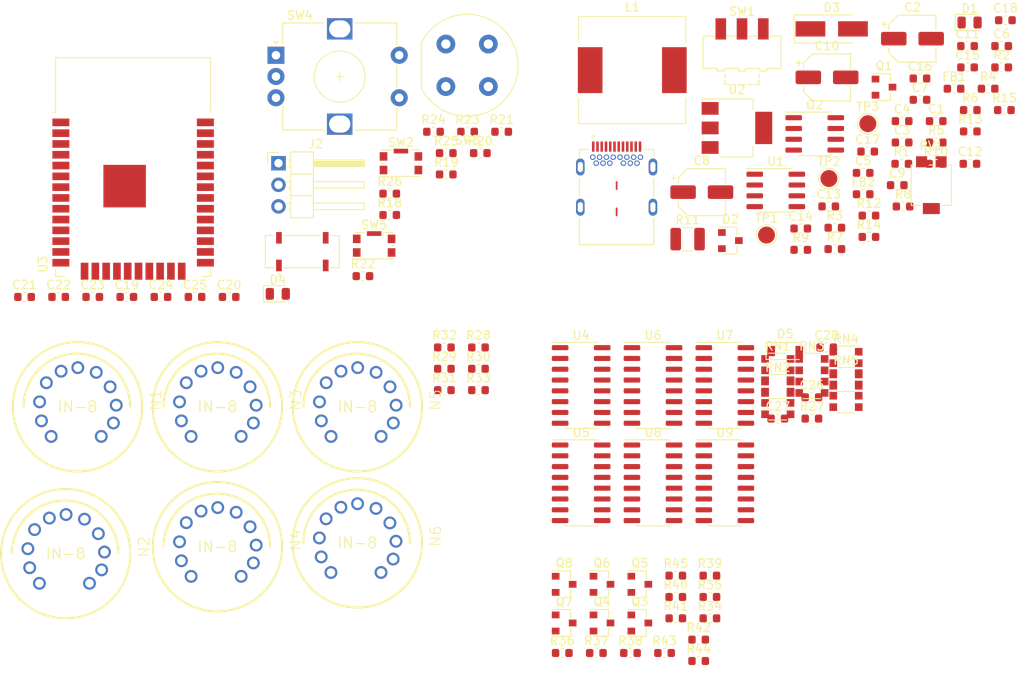
<source format=kicad_pcb>
(kicad_pcb (version 20171130) (host pcbnew 5.1.6-c6e7f7d~87~ubuntu20.04.1)
  (layers (0 F.Cu signal) (31 B.Cu signal) (34 B.Paste user) (35 F.Paste user) (36 B.SilkS user) (37 F.SilkS user) (38 B.Mask user) (39 F.Mask user) (44 Edge.Cuts user))
  (net 0 "")
  (net 1 GND)
  (net 2 "Net-(C1-Pad1)")
  (net 3 +5V)
  (net 4 "Net-(C4-Pad2)")
  (net 5 "Net-(C13-Pad2)")
  (net 6 "Net-(C5-Pad1)")
  (net 7 "Net-(C6-Pad1)")
  (net 8 "Net-(C10-Pad1)")
  (net 9 "Net-(C9-Pad1)")
  (net 10 +3V3)
  (net 11 "Net-(C12-Pad1)")
  (net 12 "Net-(C13-Pad1)")
  (net 13 +HV)
  (net 14 "Net-(C19-Pad1)")
  (net 15 "Net-(C20-Pad1)")
  (net 16 /ESP32/XTAL_32K_P)
  (net 17 /ESP32/XTAL_32K_N)
  (net 18 /ESP32/EN)
  (net 19 "Net-(D1-Pad1)")
  (net 20 "Net-(D1-Pad2)")
  (net 21 "Net-(D4-Pad2)")
  (net 22 "Net-(D5-Pad1)")
  (net 23 "Net-(J1-PadA4)")
  (net 24 "Net-(J1-PadA5)")
  (net 25 "Net-(J1-PadA6)")
  (net 26 "Net-(J1-PadA8)")
  (net 27 "Net-(J1-PadB5)")
  (net 28 "Net-(J1-PadB8)")
  (net 29 "Net-(J1-PadS1)")
  (net 30 /ESP32/TXD)
  (net 31 /ESP32/RXD)
  (net 32 "Net-(N1-PadA)")
  (net 33 /Cathode_Driver/K_A9)
  (net 34 /Cathode_Driver/K_A8)
  (net 35 /Cathode_Driver/K_A7)
  (net 36 /Cathode_Driver/K_A6)
  (net 37 /Cathode_Driver/K_A5)
  (net 38 /Cathode_Driver/K_A4)
  (net 39 /Cathode_Driver/K_A3)
  (net 40 /Cathode_Driver/K_A2)
  (net 41 /Cathode_Driver/K_A1)
  (net 42 /Cathode_Driver/K_A0)
  (net 43 "Net-(N2-PadA)")
  (net 44 "Net-(N3-PadA)")
  (net 45 /Cathode_Driver/K_B0)
  (net 46 /Cathode_Driver/K_B1)
  (net 47 /Cathode_Driver/K_B2)
  (net 48 /Cathode_Driver/K_B3)
  (net 49 /Cathode_Driver/K_B4)
  (net 50 /Cathode_Driver/K_B5)
  (net 51 /Cathode_Driver/K_B6)
  (net 52 /Cathode_Driver/K_B7)
  (net 53 /Cathode_Driver/K_B8)
  (net 54 /Cathode_Driver/K_B9)
  (net 55 "Net-(N4-PadA)")
  (net 56 "Net-(N5-PadA)")
  (net 57 "Net-(N6-PadA)")
  (net 58 "Net-(Q2-Pad4)")
  (net 59 "Net-(Q2-Pad1)")
  (net 60 "Net-(Q3-Pad1)")
  (net 61 "Net-(Q3-Pad3)")
  (net 62 "Net-(Q4-Pad3)")
  (net 63 "Net-(Q4-Pad1)")
  (net 64 "Net-(Q5-Pad3)")
  (net 65 "Net-(Q5-Pad1)")
  (net 66 /Anode_Driver/A_0)
  (net 67 "Net-(Q6-Pad1)")
  (net 68 "Net-(Q7-Pad1)")
  (net 69 /Anode_Driver/A_1)
  (net 70 "Net-(Q8-Pad1)")
  (net 71 /Anode_Driver/A_2)
  (net 72 /ESP32/HV_EN)
  (net 73 "Net-(R13-Pad2)")
  (net 74 +HV_MID)
  (net 75 /ESP32/IO22)
  (net 76 /ESP32/IO23)
  (net 77 /ESP32/IO19)
  (net 78 /ESP32/IO21)
  (net 79 /ESP32/IO12)
  (net 80 /Anode_Driver/0_3_EN)
  (net 81 /Anode_Driver/1_4_EN)
  (net 82 /Anode_Driver/2_5_EN)
  (net 83 /ESP32/IO0)
  (net 84 "Net-(U3-Pad4)")
  (net 85 "Net-(U3-Pad5)")
  (net 86 "Net-(U3-Pad6)")
  (net 87 "Net-(U3-Pad7)")
  (net 88 /ESP32/CATHODE_SCL)
  (net 89 /ESP32/CATHODE_SDO)
  (net 90 /ESP32/CATHODE_LATCH)
  (net 91 "Net-(U3-Pad13)")
  (net 92 "Net-(U3-Pad16)")
  (net 93 "Net-(U3-Pad17)")
  (net 94 "Net-(U3-Pad18)")
  (net 95 "Net-(U3-Pad19)")
  (net 96 "Net-(U3-Pad20)")
  (net 97 "Net-(U3-Pad21)")
  (net 98 "Net-(U3-Pad22)")
  (net 99 "Net-(U3-Pad24)")
  (net 100 "Net-(U3-Pad26)")
  (net 101 "Net-(U3-Pad29)")
  (net 102 "Net-(U3-Pad32)")
  (net 103 /Cathode_Driver/k0)
  (net 104 "Net-(U4-Pad9)")
  (net 105 /Cathode_Driver/k7)
  (net 106 /Cathode_Driver/k6)
  (net 107 /Cathode_Driver/k5)
  (net 108 /Cathode_Driver/k4)
  (net 109 /Cathode_Driver/k3)
  (net 110 /Cathode_Driver/k2)
  (net 111 /Cathode_Driver/k1)
  (net 112 /Cathode_Driver/k9)
  (net 113 /Cathode_Driver/k10)
  (net 114 /Cathode_Driver/k11)
  (net 115 /Cathode_Driver/k12)
  (net 116 /Cathode_Driver/k13)
  (net 117 /Cathode_Driver/k14)
  (net 118 /Cathode_Driver/k15)
  (net 119 "Net-(U5-Pad9)")
  (net 120 /Cathode_Driver/k8)
  (net 121 /Cathode_Driver/k16)
  (net 122 "Net-(U6-Pad9)")
  (net 123 "Net-(U6-Pad7)")
  (net 124 "Net-(U6-Pad6)")
  (net 125 "Net-(U6-Pad5)")
  (net 126 "Net-(U6-Pad4)")
  (net 127 /Cathode_Driver/k19)
  (net 128 /Cathode_Driver/k18)
  (net 129 /Cathode_Driver/k17)
  (net 130 "Net-(U9-Pad10)")
  (net 131 "Net-(U9-Pad7)")
  (net 132 "Net-(RV1-Pad3)")
  (module hardware:Switch_CK_D6 (layer F.Cu) (at 18.000001 -25.69)
    (fp_text reference SW3 (at 0.05 8.8) (layer F.SilkS))
    (fp_text value USER_BUT1)
    (pad 1 thru_hole circle (at 2.5 2.5) (size 2.2 2.2) (drill 1.1) (layers *.Cu *.Mask) (net 78 /ESP32/IO21))
    (pad 1 thru_hole circle (at -2.5 2.5) (size 2.2 2.2) (drill 1.1) (layers *.Cu *.Mask) (net 78 /ESP32/IO21))
    (pad 2 thru_hole circle (at 2.5 -2.5) (size 2.2 2.2) (drill 1.1) (layers *.Cu *.Mask) (net 1 GND))
    (pad 2 thru_hole circle (at -2.5 -2.5) (size 2.2 2.2) (drill 1.1) (layers *.Cu *.Mask) (net 1 GND))
  )
  (module Capacitor_SMD:C_0603_1608Metric (layer F.Cu) (at 73.175001 -19.124999)
    (fp_text reference C1 (at 0 -1.43) (layer F.SilkS))
    (fp_text value 47uF)
    (pad 2 smd roundrect (at 0.7875 0) (size 0.875 0.95) (layers F.Cu F.Paste F.Mask) (net 1 GND))
    (pad 1 smd roundrect (at -0.7875 0) (size 0.875 0.95) (layers F.Cu F.Paste F.Mask) (net 2 "Net-(C1-Pad1)"))
  )
  (module Capacitor_SMD:CP_Elec_5x5.4 (layer F.Cu) (at 70.385001 -28.824999)
    (fp_text reference C2 (at 0 -3.7) (layer F.SilkS))
    (fp_text value 100uF)
    (pad 1 smd roundrect (at -2.2 0) (size 3 1.6) (layers F.Cu F.Paste F.Mask) (roundrect_rratio 0.15625) (net 3 +5V))
    (pad 2 smd roundrect (at 2.2 0) (size 3 1.6) (layers F.Cu F.Paste F.Mask) (roundrect_rratio 0.15625) (net 1 GND))
  )
  (module Capacitor_SMD:C_0603_1608Metric (layer F.Cu) (at 69.165001 -16.614999)
    (fp_text reference C3 (at 0 -1.43) (layer F.SilkS))
    (fp_text value 0.1uF)
    (pad 1 smd roundrect (at -0.7875 0) (size 0.875 0.95) (layers F.Cu F.Paste F.Mask) (net 3 +5V))
    (pad 2 smd roundrect (at 0.7875 0) (size 0.875 0.95) (layers F.Cu F.Paste F.Mask) (net 1 GND))
  )
  (module Capacitor_SMD:C_0603_1608Metric (layer F.Cu) (at 69.165001 -19.124999)
    (fp_text reference C4 (at 0 -1.43) (layer F.SilkS))
    (fp_text value 220pF)
    (pad 2 smd roundrect (at 0.7875 0) (size 0.875 0.95) (layers F.Cu F.Paste F.Mask) (net 4 "Net-(C4-Pad2)"))
    (pad 1 smd roundrect (at -0.7875 0) (size 0.875 0.95) (layers F.Cu F.Paste F.Mask) (net 5 "Net-(C13-Pad2)"))
  )
  (module Capacitor_SMD:C_0603_1608Metric (layer F.Cu) (at 64.585001 -13.034999)
    (fp_text reference C5 (at 0 -1.43) (layer F.SilkS))
    (fp_text value 0.1uF)
    (pad 2 smd roundrect (at 0.7875 0) (size 0.875 0.95) (layers F.Cu F.Paste F.Mask) (net 1 GND))
    (pad 1 smd roundrect (at -0.7875 0) (size 0.875 0.95) (layers F.Cu F.Paste F.Mask) (net 6 "Net-(C5-Pad1)"))
  )
  (module Capacitor_SMD:C_0603_1608Metric (layer F.Cu) (at 80.875001 -27.954999)
    (fp_text reference C6 (at 0 -1.43) (layer F.SilkS))
    (fp_text value 430pF)
    (pad 1 smd roundrect (at -0.7875 0) (size 0.875 0.95) (layers F.Cu F.Paste F.Mask) (net 7 "Net-(C6-Pad1)"))
    (pad 2 smd roundrect (at 0.7875 0) (size 0.875 0.95) (layers F.Cu F.Paste F.Mask) (net 1 GND))
  )
  (module Capacitor_SMD:C_0603_1608Metric (layer F.Cu) (at 71.265001 -21.634999)
    (fp_text reference C7 (at 0 -1.43) (layer F.SilkS))
    (fp_text value 10uF)
    (pad 2 smd roundrect (at 0.7875 0) (size 0.875 0.95) (layers F.Cu F.Paste F.Mask) (net 1 GND))
    (pad 1 smd roundrect (at -0.7875 0) (size 0.875 0.95) (layers F.Cu F.Paste F.Mask) (net 3 +5V))
  )
  (module Capacitor_SMD:CP_Elec_5x5.4 (layer F.Cu) (at 45.605001 -10.774999)
    (fp_text reference C8 (at 0 -3.7) (layer F.SilkS))
    (fp_text value 100uF)
    (pad 2 smd roundrect (at 2.2 0) (size 3 1.6) (layers F.Cu F.Paste F.Mask) (roundrect_rratio 0.15625) (net 1 GND))
    (pad 1 smd roundrect (at -2.2 0) (size 3 1.6) (layers F.Cu F.Paste F.Mask) (roundrect_rratio 0.15625) (net 8 "Net-(C10-Pad1)"))
  )
  (module Capacitor_SMD:C_0603_1608Metric (layer F.Cu) (at 68.595001 -11.594999)
    (fp_text reference C9 (at 0 -1.43) (layer F.SilkS))
    (fp_text value 1nF)
    (pad 1 smd roundrect (at -0.7875 0) (size 0.875 0.95) (layers F.Cu F.Paste F.Mask) (net 9 "Net-(C9-Pad1)"))
    (pad 2 smd roundrect (at 0.7875 0) (size 0.875 0.95) (layers F.Cu F.Paste F.Mask) (net 1 GND))
  )
  (module Capacitor_SMD:CP_Elec_5x5.4 (layer F.Cu) (at 60.335001 -24.274999)
    (fp_text reference C10 (at 0 -3.7) (layer F.SilkS))
    (fp_text value 100uF)
    (pad 1 smd roundrect (at -2.2 0) (size 3 1.6) (layers F.Cu F.Paste F.Mask) (roundrect_rratio 0.15625) (net 8 "Net-(C10-Pad1)"))
    (pad 2 smd roundrect (at 2.2 0) (size 3 1.6) (layers F.Cu F.Paste F.Mask) (roundrect_rratio 0.15625) (net 1 GND))
  )
  (module Capacitor_SMD:C_0603_1608Metric (layer F.Cu) (at 76.865001 -27.954999)
    (fp_text reference C11 (at 0 -1.43) (layer F.SilkS))
    (fp_text value 10uF)
    (pad 2 smd roundrect (at 0.7875 0) (size 0.875 0.95) (layers F.Cu F.Paste F.Mask) (net 1 GND))
    (pad 1 smd roundrect (at -0.7875 0) (size 0.875 0.95) (layers F.Cu F.Paste F.Mask) (net 10 +3V3))
  )
  (module Capacitor_SMD:C_0603_1608Metric (layer F.Cu) (at 77.145001 -14.104999)
    (fp_text reference C12 (at 0 -1.43) (layer F.SilkS))
    (fp_text value 560pF)
    (pad 1 smd roundrect (at -0.7875 0) (size 0.875 0.95) (layers F.Cu F.Paste F.Mask) (net 11 "Net-(C12-Pad1)"))
    (pad 2 smd roundrect (at 0.7875 0) (size 0.875 0.95) (layers F.Cu F.Paste F.Mask) (net 1 GND))
  )
  (module Capacitor_SMD:C_0603_1608Metric (layer F.Cu) (at 60.535001 -9.094999)
    (fp_text reference C13 (at 0 -1.43) (layer F.SilkS))
    (fp_text value 100pF)
    (pad 2 smd roundrect (at 0.7875 0) (size 0.875 0.95) (layers F.Cu F.Paste F.Mask) (net 5 "Net-(C13-Pad2)"))
    (pad 1 smd roundrect (at -0.7875 0) (size 0.875 0.95) (layers F.Cu F.Paste F.Mask) (net 12 "Net-(C13-Pad1)"))
  )
  (module Capacitor_SMD:C_0603_1608Metric (layer F.Cu) (at 57.245001 -6.494999)
    (fp_text reference C14 (at 0 -1.43) (layer F.SilkS))
    (fp_text value 1uF)
    (pad 2 smd roundrect (at 0.7875 0) (size 0.875 0.95) (layers F.Cu F.Paste F.Mask) (net 1 GND))
    (pad 1 smd roundrect (at -0.7875 0) (size 0.875 0.95) (layers F.Cu F.Paste F.Mask) (net 12 "Net-(C13-Pad1)"))
  )
  (module Capacitor_SMD:C_0603_1608Metric (layer F.Cu) (at 76.865001 -25.444999)
    (fp_text reference C15 (at 0 -1.43) (layer F.SilkS))
    (fp_text value 1uF)
    (pad 2 smd roundrect (at 0.7875 0) (size 0.875 0.95) (layers F.Cu F.Paste F.Mask) (net 1 GND))
    (pad 1 smd roundrect (at -0.7875 0) (size 0.875 0.95) (layers F.Cu F.Paste F.Mask) (net 12 "Net-(C13-Pad1)"))
  )
  (module Capacitor_SMD:C_0603_1608Metric (layer F.Cu) (at 71.265001 -24.144999)
    (fp_text reference C16 (at 0 -1.43) (layer F.SilkS))
    (fp_text value 0.1uF)
    (pad 1 smd roundrect (at -0.7875 0) (size 0.875 0.95) (layers F.Cu F.Paste F.Mask) (net 12 "Net-(C13-Pad1)"))
    (pad 2 smd roundrect (at 0.7875 0) (size 0.875 0.95) (layers F.Cu F.Paste F.Mask) (net 1 GND))
  )
  (module Capacitor_SMD:C_0603_1608Metric (layer F.Cu) (at 65.115001 -15.544999)
    (fp_text reference C17 (at 0 -1.43) (layer F.SilkS))
    (fp_text value 0.1uF)
    (pad 1 smd roundrect (at -0.7875 0) (size 0.875 0.95) (layers F.Cu F.Paste F.Mask) (net 13 +HV))
    (pad 2 smd roundrect (at 0.7875 0) (size 0.875 0.95) (layers F.Cu F.Paste F.Mask) (net 1 GND))
  )
  (module Capacitor_SMD:C_0603_1608Metric (layer F.Cu) (at 81.315001 -30.994999)
    (fp_text reference C18 (at 0 -1.43) (layer F.SilkS))
    (fp_text value 0.1uF)
    (pad 1 smd roundrect (at -0.7875 0) (size 0.875 0.95) (layers F.Cu F.Paste F.Mask) (net 13 +HV))
    (pad 2 smd roundrect (at 0.7875 0) (size 0.875 0.95) (layers F.Cu F.Paste F.Mask) (net 1 GND))
  )
  (module Capacitor_SMD:C_0603_1608Metric (layer F.Cu) (at -22.024999 1.555001)
    (fp_text reference C19 (at 0 -1.43) (layer F.SilkS))
    (fp_text value 0.01uF)
    (pad 2 smd roundrect (at 0.7875 0) (size 0.875 0.95) (layers F.Cu F.Paste F.Mask) (net 1 GND))
    (pad 1 smd roundrect (at -0.7875 0) (size 0.875 0.95) (layers F.Cu F.Paste F.Mask) (net 14 "Net-(C19-Pad1)"))
  )
  (module Capacitor_SMD:C_0603_1608Metric (layer F.Cu) (at -9.994999 1.555001)
    (fp_text reference C20 (at 0 -1.43) (layer F.SilkS))
    (fp_text value 0.01uF)
    (pad 1 smd roundrect (at -0.7875 0) (size 0.875 0.95) (layers F.Cu F.Paste F.Mask) (net 15 "Net-(C20-Pad1)"))
    (pad 2 smd roundrect (at 0.7875 0) (size 0.875 0.95) (layers F.Cu F.Paste F.Mask) (net 1 GND))
  )
  (module Capacitor_SMD:C_0603_1608Metric (layer F.Cu) (at -34.054999 1.555001)
    (fp_text reference C21 (at 0 -1.43) (layer F.SilkS))
    (fp_text value 16pF)
    (pad 2 smd roundrect (at 0.7875 0) (size 0.875 0.95) (layers F.Cu F.Paste F.Mask) (net 16 /ESP32/XTAL_32K_P))
    (pad 1 smd roundrect (at -0.7875 0) (size 0.875 0.95) (layers F.Cu F.Paste F.Mask) (net 1 GND))
  )
  (module Capacitor_SMD:C_0603_1608Metric (layer F.Cu) (at -30.044999 1.555001)
    (fp_text reference C22 (at 0 -1.43) (layer F.SilkS))
    (fp_text value 16pF)
    (pad 1 smd roundrect (at -0.7875 0) (size 0.875 0.95) (layers F.Cu F.Paste F.Mask) (net 1 GND))
    (pad 2 smd roundrect (at 0.7875 0) (size 0.875 0.95) (layers F.Cu F.Paste F.Mask) (net 17 /ESP32/XTAL_32K_N))
  )
  (module Capacitor_SMD:C_0603_1608Metric (layer F.Cu) (at -26.034999 1.555001)
    (fp_text reference C23 (at 0 -1.43) (layer F.SilkS))
    (fp_text value 10uF)
    (pad 1 smd roundrect (at -0.7875 0) (size 0.875 0.95) (layers F.Cu F.Paste F.Mask) (net 10 +3V3))
    (pad 2 smd roundrect (at 0.7875 0) (size 0.875 0.95) (layers F.Cu F.Paste F.Mask) (net 1 GND))
  )
  (module Capacitor_SMD:C_0603_1608Metric (layer F.Cu) (at -18.014999 1.555001)
    (fp_text reference C24 (at 0 -1.43) (layer F.SilkS))
    (fp_text value 0.1uF)
    (pad 1 smd roundrect (at -0.7875 0) (size 0.875 0.95) (layers F.Cu F.Paste F.Mask) (net 10 +3V3))
    (pad 2 smd roundrect (at 0.7875 0) (size 0.875 0.95) (layers F.Cu F.Paste F.Mask) (net 1 GND))
  )
  (module Capacitor_SMD:C_0603_1608Metric (layer F.Cu) (at -14.004999 1.555001)
    (fp_text reference C25 (at 0 -1.43) (layer F.SilkS))
    (fp_text value 0.1uF)
    (pad 1 smd roundrect (at -0.7875 0) (size 0.875 0.95) (layers F.Cu F.Paste F.Mask) (net 18 /ESP32/EN))
    (pad 2 smd roundrect (at 0.7875 0) (size 0.875 0.95) (layers F.Cu F.Paste F.Mask) (net 1 GND))
  )
  (module Capacitor_SMD:C_0603_1608Metric (layer F.Cu) (at 58.555001 13.355001)
    (fp_text reference C26 (at 0 -1.43) (layer F.SilkS))
    (fp_text value 0.1uF)
    (pad 2 smd roundrect (at 0.7875 0) (size 0.875 0.95) (layers F.Cu F.Paste F.Mask) (net 1 GND))
    (pad 1 smd roundrect (at -0.7875 0) (size 0.875 0.95) (layers F.Cu F.Paste F.Mask) (net 10 +3V3))
  )
  (module Capacitor_SMD:C_0603_1608Metric (layer F.Cu) (at 54.545001 15.865001)
    (fp_text reference C27 (at 0 -1.43) (layer F.SilkS))
    (fp_text value 0.1uF)
    (pad 1 smd roundrect (at -0.7875 0) (size 0.875 0.95) (layers F.Cu F.Paste F.Mask) (net 10 +3V3))
    (pad 2 smd roundrect (at 0.7875 0) (size 0.875 0.95) (layers F.Cu F.Paste F.Mask) (net 1 GND))
  )
  (module Capacitor_SMD:C_0603_1608Metric (layer F.Cu) (at 60.295001 7.495001)
    (fp_text reference C28 (at 0 -1.43) (layer F.SilkS))
    (fp_text value 0.1uF)
    (pad 2 smd roundrect (at 0.7875 0) (size 0.875 0.95) (layers F.Cu F.Paste F.Mask) (net 1 GND))
    (pad 1 smd roundrect (at -0.7875 0) (size 0.875 0.95) (layers F.Cu F.Paste F.Mask) (net 10 +3V3))
  )
  (module LED_SMD:LED_0805_2012Metric (layer F.Cu) (at 77.105001 -30.729999)
    (fp_text reference D1 (at 0 -1.65) (layer F.SilkS))
    (fp_text value HV_LED)
    (pad 1 smd roundrect (at -0.9375 0) (size 0.975 1.4) (layers F.Cu F.Paste F.Mask) (net 19 "Net-(D1-Pad1)"))
    (pad 2 smd roundrect (at 0.9375 0) (size 0.975 1.4) (layers F.Cu F.Paste F.Mask) (net 20 "Net-(D1-Pad2)"))
  )
  (module Diode_SMD:D_SOT-23_ANK (layer F.Cu) (at 48.965001 -5.074999)
    (fp_text reference D2 (at 0 -2.5) (layer F.SilkS))
    (fp_text value BAT54)
    (pad 2 smd rect (at -1 -0.95) (size 0.9 0.8) (layers F.Cu F.Paste F.Mask) (net 4 "Net-(C4-Pad2)"))
    (pad "" smd rect (at -1 0.95) (size 0.9 0.8) (layers F.Cu F.Paste F.Mask))
    (pad 1 smd rect (at 1 0) (size 0.9 0.8) (layers F.Cu F.Paste F.Mask) (net 2 "Net-(C1-Pad1)"))
  )
  (module Diode_SMD:D_SMA_Handsoldering (layer F.Cu) (at 60.885001 -29.974999)
    (fp_text reference D3 (at 0 -2.5) (layer F.SilkS))
    (fp_text value ES1D)
    (pad 1 smd rect (at -2.5 0) (size 3.5 1.8) (layers F.Cu F.Paste F.Mask) (net 12 "Net-(C13-Pad1)"))
    (pad 2 smd rect (at 2.5 0) (size 3.5 1.8) (layers F.Cu F.Paste F.Mask) (net 11 "Net-(C12-Pad1)"))
  )
  (module LED_SMD:LED_0805_2012Metric (layer F.Cu) (at -4.264999 1.190001)
    (fp_text reference D4 (at 0 -1.65) (layer F.SilkS))
    (fp_text value USER_LED)
    (pad 2 smd roundrect (at 0.9375 0) (size 0.975 1.4) (layers F.Cu F.Paste F.Mask) (net 21 "Net-(D4-Pad2)"))
    (pad 1 smd roundrect (at -0.9375 0) (size 0.975 1.4) (layers F.Cu F.Paste F.Mask) (net 1 GND))
  )
  (module Diode_SMD:D_SOD-123 (layer F.Cu) (at 55.415001 7.915001)
    (fp_text reference D5 (at 0 -2) (layer F.SilkS))
    (fp_text value 91V)
    (pad 1 smd rect (at -1.65 0) (size 0.9 1.2) (layers F.Cu F.Paste F.Mask) (net 22 "Net-(D5-Pad1)"))
    (pad 2 smd rect (at 1.65 0) (size 0.9 1.2) (layers F.Cu F.Paste F.Mask) (net 1 GND))
  )
  (module Inductor_SMD:L_0603_1608Metric (layer F.Cu) (at 75.275001 -22.934999)
    (fp_text reference FB1 (at 0 -1.43) (layer F.SilkS))
    (fp_text value "60 Ohm @ 100MHz")
    (pad 2 smd roundrect (at 0.7875 0) (size 0.875 0.95) (layers F.Cu F.Paste F.Mask) (net 3 +5V))
    (pad 1 smd roundrect (at -0.7875 0) (size 0.875 0.95) (layers F.Cu F.Paste F.Mask) (net 8 "Net-(C10-Pad1)"))
  )
  (module Inductor_SMD:L_0603_1608Metric (layer F.Cu) (at 64.585001 -10.524999)
    (fp_text reference FB2 (at 0 -1.43) (layer F.SilkS))
    (fp_text value "60 Ohm @ 100MHz")
    (pad 1 smd roundrect (at -0.7875 0) (size 0.875 0.95) (layers F.Cu F.Paste F.Mask) (net 13 +HV))
    (pad 2 smd roundrect (at 0.7875 0) (size 0.875 0.95) (layers F.Cu F.Paste F.Mask) (net 12 "Net-(C13-Pad1)"))
  )
  (module hardware:WURTH_632723100011 (layer F.Cu) (at 35.585001 -16.129999)
    (fp_text reference J1 (at -1.075 -2.305) (layer F.SilkS) (effects (font (thickness 0.015))))
    (fp_text value USB_C_Receptacle_USB2.0)
    (pad S5 smd rect (at 0 4.58) (size 0.2 1) (layers F.Cu F.Paste F.Mask))
    (pad S6 smd rect (at 0 7.68) (size 0.2 1) (layers F.Cu F.Paste F.Mask))
    (pad A1 smd rect (at -2.75 0) (size 0.3 1.2) (layers F.Cu F.Paste F.Mask) (net 1 GND))
    (pad A2 smd rect (at -2.25 0) (size 0.3 1.2) (layers F.Cu F.Paste F.Mask))
    (pad A3 smd rect (at -1.75 0) (size 0.3 1.2) (layers F.Cu F.Paste F.Mask))
    (pad A4 smd rect (at -1.25 0) (size 0.3 1.2) (layers F.Cu F.Paste F.Mask) (net 23 "Net-(J1-PadA4)"))
    (pad A5 smd rect (at -0.75 0) (size 0.3 1.2) (layers F.Cu F.Paste F.Mask) (net 24 "Net-(J1-PadA5)"))
    (pad A6 smd rect (at -0.25 0) (size 0.3 1.2) (layers F.Cu F.Paste F.Mask) (net 25 "Net-(J1-PadA6)"))
    (pad A7 smd rect (at 0.25 0) (size 0.3 1.2) (layers F.Cu F.Paste F.Mask) (net 25 "Net-(J1-PadA6)"))
    (pad A8 smd rect (at 0.75 0) (size 0.3 1.2) (layers F.Cu F.Paste F.Mask) (net 26 "Net-(J1-PadA8)"))
    (pad A9 smd rect (at 1.25 0) (size 0.3 1.2) (layers F.Cu F.Paste F.Mask) (net 23 "Net-(J1-PadA4)"))
    (pad A10 smd rect (at 1.75 0) (size 0.3 1.2) (layers F.Cu F.Paste F.Mask))
    (pad A11 smd rect (at 2.25 0) (size 0.3 1.2) (layers F.Cu F.Paste F.Mask))
    (pad A12 smd rect (at 2.75 0) (size 0.3 1.2) (layers F.Cu F.Paste F.Mask) (net 1 GND))
    (pad B1 thru_hole circle (at 2.8 1.25) (size 0.65 0.65) (drill 0.4) (layers *.Cu *.Mask) (net 1 GND))
    (pad B2 thru_hole circle (at 2.4 1.95) (size 0.65 0.65) (drill 0.4) (layers *.Cu *.Mask))
    (pad B3 thru_hole circle (at 1.6 1.95) (size 0.65 0.65) (drill 0.4) (layers *.Cu *.Mask))
    (pad G2 thru_hole circle (at 2 1.25) (size 0.65 0.65) (drill 0.4) (layers *.Cu *.Mask))
    (pad B4 thru_hole circle (at 1.2 1.25) (size 0.65 0.65) (drill 0.4) (layers *.Cu *.Mask) (net 23 "Net-(J1-PadA4)"))
    (pad B5 thru_hole circle (at 0.8 1.95) (size 0.65 0.65) (drill 0.4) (layers *.Cu *.Mask) (net 27 "Net-(J1-PadB5)"))
    (pad B6 thru_hole circle (at 0.4 1.25) (size 0.65 0.65) (drill 0.4) (layers *.Cu *.Mask) (net 25 "Net-(J1-PadA6)"))
    (pad B7 thru_hole circle (at -0.4 1.25) (size 0.65 0.65) (drill 0.4) (layers *.Cu *.Mask) (net 25 "Net-(J1-PadA6)"))
    (pad B8 thru_hole circle (at -0.8 1.95) (size 0.65 0.65) (drill 0.4) (layers *.Cu *.Mask) (net 28 "Net-(J1-PadB8)"))
    (pad B9 thru_hole circle (at -1.2 1.25) (size 0.65 0.65) (drill 0.4) (layers *.Cu *.Mask) (net 23 "Net-(J1-PadA4)"))
    (pad B10 thru_hole circle (at -1.6 1.95) (size 0.65 0.65) (drill 0.4) (layers *.Cu *.Mask))
    (pad B11 thru_hole circle (at -2.4 1.95) (size 0.65 0.65) (drill 0.4) (layers *.Cu *.Mask))
    (pad G1 thru_hole circle (at -2 1.25) (size 0.65 0.65) (drill 0.4) (layers *.Cu *.Mask))
    (pad B12 thru_hole circle (at -2.8 1.25) (size 0.65 0.65) (drill 0.4) (layers *.Cu *.Mask) (net 1 GND))
    (pad S1 thru_hole oval (at -4.27 2.4) (size 1 2) (drill oval 0.6 1.2) (layers *.Cu *.Mask) (net 29 "Net-(J1-PadS1)"))
    (pad S2 thru_hole oval (at 4.27 2.4) (size 1 2) (drill oval 0.6 1.2) (layers *.Cu *.Mask))
    (pad S4 thru_hole oval (at 4.27 7.13) (size 1 2) (drill oval 0.6 1.2) (layers *.Cu *.Mask))
    (pad S3 thru_hole oval (at -4.27 7.13) (size 1 2) (drill oval 0.6 1.2) (layers *.Cu *.Mask))
  )
  (module Connector_PinHeader_2.54mm:PinHeader_1x03_P2.54mm_Horizontal (layer F.Cu) (at -4.184999 -14.174999)
    (fp_text reference J2 (at 4.385 -2.27) (layer F.SilkS))
    (fp_text value UART)
    (pad 1 thru_hole rect (at 0 0) (size 1.7 1.7) (drill 1) (layers *.Cu *.Mask) (net 30 /ESP32/TXD))
    (pad 2 thru_hole oval (at 0 2.54) (size 1.7 1.7) (drill 1) (layers *.Cu *.Mask) (net 31 /ESP32/RXD))
    (pad 3 thru_hole oval (at 0 5.08) (size 1.7 1.7) (drill 1) (layers *.Cu *.Mask) (net 1 GND))
  )
  (module Inductor_SMD:L_12x12mm_H8mm (layer F.Cu) (at 37.425001 -25.124999)
    (fp_text reference L1 (at 0 -7.4) (layer F.SilkS))
    (fp_text value 33uH)
    (pad 1 smd rect (at -4.95 0) (size 2.9 5.4) (layers F.Cu F.Paste F.Mask) (net 8 "Net-(C10-Pad1)"))
    (pad 2 smd rect (at 4.95 0) (size 2.9 5.4) (layers F.Cu F.Paste F.Mask) (net 11 "Net-(C12-Pad1)"))
  )
  (module nixies:nixies-us-IN-8 (layer F.Cu) (at -27.825699 14.474301)
    (fp_text reference N1 (at 9.2075 -0.79248 90) (layer F.SilkS) (effects (font (size 1.27 1.27) (thickness 0.1016))))
    (fp_text value IN-8 (at 0 0) (layer F.SilkS) (effects (font (size 1.27 1.27))))
    (pad A thru_hole circle (at -3.0988 3.48742) (size 1.50622 1.50622) (drill 0.99822) (layers *.Cu *.Mask) (net 32 "Net-(N1-PadA)"))
    (pad 9 thru_hole circle (at -4.46024 -0.58166) (size 1.50622 1.50622) (drill 0.99822) (layers *.Cu *.Mask) (net 33 /Cathode_Driver/K_A9))
    (pad 8 thru_hole circle (at -3.66522 -2.82956) (size 1.50622 1.50622) (drill 0.99822) (layers *.Cu *.Mask) (net 34 /Cathode_Driver/K_A8))
    (pad 7 thru_hole circle (at -1.92786 -4.18592) (size 1.50622 1.50622) (drill 0.99822) (layers *.Cu *.Mask) (net 35 /Cathode_Driver/K_A7))
    (pad 6 thru_hole circle (at 0.03302 -4.60248) (size 1.50622 1.50622) (drill 0.99822) (layers *.Cu *.Mask) (net 36 /Cathode_Driver/K_A6))
    (pad 5 thru_hole circle (at 2.20218 -4.0513) (size 1.50622 1.50622) (drill 0.99822) (layers *.Cu *.Mask) (net 37 /Cathode_Driver/K_A5))
    (pad 4 thru_hole circle (at 3.8354 -2.34696) (size 1.50622 1.50622) (drill 0.99822) (layers *.Cu *.Mask) (net 38 /Cathode_Driver/K_A4))
    (pad 3 thru_hole circle (at 4.55422 -0.18796) (size 1.50622 1.50622) (drill 0.99822) (layers *.Cu *.Mask) (net 39 /Cathode_Driver/K_A3))
    (pad 2 thru_hole circle (at 4.22148 1.905) (size 1.50622 1.50622) (drill 0.99822) (layers *.Cu *.Mask) (net 40 /Cathode_Driver/K_A2))
    (pad 1 thru_hole circle (at 2.79146 3.48234) (size 1.50622 1.50622) (drill 0.99822) (layers *.Cu *.Mask) (net 41 /Cathode_Driver/K_A1))
    (pad 0 thru_hole circle (at -4.2418 1.65354) (size 1.50622 1.50622) (drill 0.99822) (layers *.Cu *.Mask) (net 42 /Cathode_Driver/K_A0))
  )
  (module nixies:nixies-us-IN-8 (layer F.Cu) (at -29.21 31.75)
    (fp_text reference N2 (at 9.2075 -0.79248 90) (layer F.SilkS) (effects (font (size 1.27 1.27) (thickness 0.1016))))
    (fp_text value IN-8 (at 0 0) (layer F.SilkS) (effects (font (size 1.27 1.27))))
    (pad 0 thru_hole circle (at -4.2418 1.65354) (size 1.50622 1.50622) (drill 0.99822) (layers *.Cu *.Mask) (net 42 /Cathode_Driver/K_A0))
    (pad 1 thru_hole circle (at 2.79146 3.48234) (size 1.50622 1.50622) (drill 0.99822) (layers *.Cu *.Mask) (net 41 /Cathode_Driver/K_A1))
    (pad 2 thru_hole circle (at 4.22148 1.905) (size 1.50622 1.50622) (drill 0.99822) (layers *.Cu *.Mask) (net 40 /Cathode_Driver/K_A2))
    (pad 3 thru_hole circle (at 4.55422 -0.18796) (size 1.50622 1.50622) (drill 0.99822) (layers *.Cu *.Mask) (net 39 /Cathode_Driver/K_A3))
    (pad 4 thru_hole circle (at 3.8354 -2.34696) (size 1.50622 1.50622) (drill 0.99822) (layers *.Cu *.Mask) (net 38 /Cathode_Driver/K_A4))
    (pad 5 thru_hole circle (at 2.20218 -4.0513) (size 1.50622 1.50622) (drill 0.99822) (layers *.Cu *.Mask) (net 37 /Cathode_Driver/K_A5))
    (pad 6 thru_hole circle (at 0.03302 -4.60248) (size 1.50622 1.50622) (drill 0.99822) (layers *.Cu *.Mask) (net 36 /Cathode_Driver/K_A6))
    (pad 7 thru_hole circle (at -1.92786 -4.18592) (size 1.50622 1.50622) (drill 0.99822) (layers *.Cu *.Mask) (net 35 /Cathode_Driver/K_A7))
    (pad 8 thru_hole circle (at -3.66522 -2.82956) (size 1.50622 1.50622) (drill 0.99822) (layers *.Cu *.Mask) (net 34 /Cathode_Driver/K_A8))
    (pad 9 thru_hole circle (at -4.46024 -0.58166) (size 1.50622 1.50622) (drill 0.99822) (layers *.Cu *.Mask) (net 33 /Cathode_Driver/K_A9))
    (pad A thru_hole circle (at -3.0988 3.48742) (size 1.50622 1.50622) (drill 0.99822) (layers *.Cu *.Mask) (net 43 "Net-(N2-PadA)"))
  )
  (module nixies:nixies-us-IN-8 (layer F.Cu) (at -11.365699 14.474301)
    (fp_text reference N3 (at 9.2075 -0.79248 90) (layer F.SilkS) (effects (font (size 1.27 1.27) (thickness 0.1016))))
    (fp_text value IN-8 (at 0 0) (layer F.SilkS) (effects (font (size 1.27 1.27))))
    (pad A thru_hole circle (at -3.0988 3.48742) (size 1.50622 1.50622) (drill 0.99822) (layers *.Cu *.Mask) (net 44 "Net-(N3-PadA)"))
    (pad 9 thru_hole circle (at -4.46024 -0.58166) (size 1.50622 1.50622) (drill 0.99822) (layers *.Cu *.Mask) (net 33 /Cathode_Driver/K_A9))
    (pad 8 thru_hole circle (at -3.66522 -2.82956) (size 1.50622 1.50622) (drill 0.99822) (layers *.Cu *.Mask) (net 34 /Cathode_Driver/K_A8))
    (pad 7 thru_hole circle (at -1.92786 -4.18592) (size 1.50622 1.50622) (drill 0.99822) (layers *.Cu *.Mask) (net 35 /Cathode_Driver/K_A7))
    (pad 6 thru_hole circle (at 0.03302 -4.60248) (size 1.50622 1.50622) (drill 0.99822) (layers *.Cu *.Mask) (net 36 /Cathode_Driver/K_A6))
    (pad 5 thru_hole circle (at 2.20218 -4.0513) (size 1.50622 1.50622) (drill 0.99822) (layers *.Cu *.Mask) (net 37 /Cathode_Driver/K_A5))
    (pad 4 thru_hole circle (at 3.8354 -2.34696) (size 1.50622 1.50622) (drill 0.99822) (layers *.Cu *.Mask) (net 38 /Cathode_Driver/K_A4))
    (pad 3 thru_hole circle (at 4.55422 -0.18796) (size 1.50622 1.50622) (drill 0.99822) (layers *.Cu *.Mask) (net 39 /Cathode_Driver/K_A3))
    (pad 2 thru_hole circle (at 4.22148 1.905) (size 1.50622 1.50622) (drill 0.99822) (layers *.Cu *.Mask) (net 40 /Cathode_Driver/K_A2))
    (pad 1 thru_hole circle (at 2.79146 3.48234) (size 1.50622 1.50622) (drill 0.99822) (layers *.Cu *.Mask) (net 41 /Cathode_Driver/K_A1))
    (pad 0 thru_hole circle (at -4.2418 1.65354) (size 1.50622 1.50622) (drill 0.99822) (layers *.Cu *.Mask) (net 42 /Cathode_Driver/K_A0))
  )
  (module nixies:nixies-us-IN-8 (layer F.Cu) (at -11.365699 30.934301)
    (fp_text reference N4 (at 9.2075 -0.79248 90) (layer F.SilkS) (effects (font (size 1.27 1.27) (thickness 0.1016))))
    (fp_text value IN-8 (at 0 0) (layer F.SilkS) (effects (font (size 1.27 1.27))))
    (pad 0 thru_hole circle (at -4.2418 1.65354) (size 1.50622 1.50622) (drill 0.99822) (layers *.Cu *.Mask) (net 45 /Cathode_Driver/K_B0))
    (pad 1 thru_hole circle (at 2.79146 3.48234) (size 1.50622 1.50622) (drill 0.99822) (layers *.Cu *.Mask) (net 46 /Cathode_Driver/K_B1))
    (pad 2 thru_hole circle (at 4.22148 1.905) (size 1.50622 1.50622) (drill 0.99822) (layers *.Cu *.Mask) (net 47 /Cathode_Driver/K_B2))
    (pad 3 thru_hole circle (at 4.55422 -0.18796) (size 1.50622 1.50622) (drill 0.99822) (layers *.Cu *.Mask) (net 48 /Cathode_Driver/K_B3))
    (pad 4 thru_hole circle (at 3.8354 -2.34696) (size 1.50622 1.50622) (drill 0.99822) (layers *.Cu *.Mask) (net 49 /Cathode_Driver/K_B4))
    (pad 5 thru_hole circle (at 2.20218 -4.0513) (size 1.50622 1.50622) (drill 0.99822) (layers *.Cu *.Mask) (net 50 /Cathode_Driver/K_B5))
    (pad 6 thru_hole circle (at 0.03302 -4.60248) (size 1.50622 1.50622) (drill 0.99822) (layers *.Cu *.Mask) (net 51 /Cathode_Driver/K_B6))
    (pad 7 thru_hole circle (at -1.92786 -4.18592) (size 1.50622 1.50622) (drill 0.99822) (layers *.Cu *.Mask) (net 52 /Cathode_Driver/K_B7))
    (pad 8 thru_hole circle (at -3.66522 -2.82956) (size 1.50622 1.50622) (drill 0.99822) (layers *.Cu *.Mask) (net 53 /Cathode_Driver/K_B8))
    (pad 9 thru_hole circle (at -4.46024 -0.58166) (size 1.50622 1.50622) (drill 0.99822) (layers *.Cu *.Mask) (net 54 /Cathode_Driver/K_B9))
    (pad A thru_hole circle (at -3.0988 3.48742) (size 1.50622 1.50622) (drill 0.99822) (layers *.Cu *.Mask) (net 55 "Net-(N4-PadA)"))
  )
  (module nixies:nixies-us-IN-8 (layer F.Cu) (at 5.094301 14.474301)
    (fp_text reference N5 (at 9.2075 -0.79248 90) (layer F.SilkS) (effects (font (size 1.27 1.27) (thickness 0.1016))))
    (fp_text value IN-8 (at 0 0) (layer F.SilkS) (effects (font (size 1.27 1.27))))
    (pad A thru_hole circle (at -3.0988 3.48742) (size 1.50622 1.50622) (drill 0.99822) (layers *.Cu *.Mask) (net 56 "Net-(N5-PadA)"))
    (pad 9 thru_hole circle (at -4.46024 -0.58166) (size 1.50622 1.50622) (drill 0.99822) (layers *.Cu *.Mask) (net 54 /Cathode_Driver/K_B9))
    (pad 8 thru_hole circle (at -3.66522 -2.82956) (size 1.50622 1.50622) (drill 0.99822) (layers *.Cu *.Mask) (net 53 /Cathode_Driver/K_B8))
    (pad 7 thru_hole circle (at -1.92786 -4.18592) (size 1.50622 1.50622) (drill 0.99822) (layers *.Cu *.Mask) (net 52 /Cathode_Driver/K_B7))
    (pad 6 thru_hole circle (at 0.03302 -4.60248) (size 1.50622 1.50622) (drill 0.99822) (layers *.Cu *.Mask) (net 51 /Cathode_Driver/K_B6))
    (pad 5 thru_hole circle (at 2.20218 -4.0513) (size 1.50622 1.50622) (drill 0.99822) (layers *.Cu *.Mask) (net 50 /Cathode_Driver/K_B5))
    (pad 4 thru_hole circle (at 3.8354 -2.34696) (size 1.50622 1.50622) (drill 0.99822) (layers *.Cu *.Mask) (net 49 /Cathode_Driver/K_B4))
    (pad 3 thru_hole circle (at 4.55422 -0.18796) (size 1.50622 1.50622) (drill 0.99822) (layers *.Cu *.Mask) (net 48 /Cathode_Driver/K_B3))
    (pad 2 thru_hole circle (at 4.22148 1.905) (size 1.50622 1.50622) (drill 0.99822) (layers *.Cu *.Mask) (net 47 /Cathode_Driver/K_B2))
    (pad 1 thru_hole circle (at 2.79146 3.48234) (size 1.50622 1.50622) (drill 0.99822) (layers *.Cu *.Mask) (net 46 /Cathode_Driver/K_B1))
    (pad 0 thru_hole circle (at -4.2418 1.65354) (size 1.50622 1.50622) (drill 0.99822) (layers *.Cu *.Mask) (net 45 /Cathode_Driver/K_B0))
  )
  (module Package_TO_SOT_SMD:SOT-23 (layer F.Cu) (at 67.035001 -23.124999)
    (fp_text reference Q1 (at 0 -2.5) (layer F.SilkS))
    (fp_text value MMBTA42)
    (pad 1 smd rect (at -1 -0.95) (size 0.9 0.8) (layers F.Cu F.Paste F.Mask) (net 19 "Net-(D1-Pad1)"))
    (pad 2 smd rect (at -1 0.95) (size 0.9 0.8) (layers F.Cu F.Paste F.Mask) (net 1 GND))
    (pad 3 smd rect (at 1 0) (size 0.9 0.8) (layers F.Cu F.Paste F.Mask) (net 2 "Net-(C1-Pad1)"))
  )
  (module Package_SO:SOIC-8_3.9x4.9mm_P1.27mm (layer F.Cu) (at 58.885001 -17.624999)
    (fp_text reference Q2 (at 0 -3.4) (layer F.SilkS))
    (fp_text value FDS2672)
    (pad 8 smd roundrect (at 2.475 -1.905) (size 1.95 0.6) (layers F.Cu F.Paste F.Mask) (net 11 "Net-(C12-Pad1)"))
    (pad 7 smd roundrect (at 2.475 -0.635) (size 1.95 0.6) (layers F.Cu F.Paste F.Mask) (net 11 "Net-(C12-Pad1)"))
    (pad 6 smd roundrect (at 2.475 0.635) (size 1.95 0.6) (layers F.Cu F.Paste F.Mask) (net 11 "Net-(C12-Pad1)"))
    (pad 5 smd roundrect (at 2.475 1.905) (size 1.95 0.6) (layers F.Cu F.Paste F.Mask) (net 11 "Net-(C12-Pad1)"))
    (pad 4 smd roundrect (at -2.475 1.905) (size 1.95 0.6) (layers F.Cu F.Paste F.Mask) (net 58 "Net-(Q2-Pad4)"))
    (pad 3 smd roundrect (at -2.475 0.635) (size 1.95 0.6) (layers F.Cu F.Paste F.Mask) (net 59 "Net-(Q2-Pad1)"))
    (pad 2 smd roundrect (at -2.475 -0.635) (size 1.95 0.6) (layers F.Cu F.Paste F.Mask) (net 59 "Net-(Q2-Pad1)"))
    (pad 1 smd roundrect (at -2.475 -1.905) (size 1.95 0.6) (layers F.Cu F.Paste F.Mask) (net 59 "Net-(Q2-Pad1)"))
  )
  (module Package_TO_SOT_SMD:SOT-23 (layer F.Cu) (at 38.315001 39.905001)
    (fp_text reference Q3 (at 0 -2.5) (layer F.SilkS))
    (fp_text value MMBTA42)
    (pad 1 smd rect (at -1 -0.95) (size 0.9 0.8) (layers F.Cu F.Paste F.Mask) (net 60 "Net-(Q3-Pad1)"))
    (pad 2 smd rect (at -1 0.95) (size 0.9 0.8) (layers F.Cu F.Paste F.Mask) (net 1 GND))
    (pad 3 smd rect (at 1 0) (size 0.9 0.8) (layers F.Cu F.Paste F.Mask) (net 61 "Net-(Q3-Pad3)"))
  )
  (module Package_TO_SOT_SMD:SOT-23 (layer F.Cu) (at 33.865001 39.905001)
    (fp_text reference Q4 (at 0 -2.5) (layer F.SilkS))
    (fp_text value MMBTA42)
    (pad 3 smd rect (at 1 0) (size 0.9 0.8) (layers F.Cu F.Paste F.Mask) (net 62 "Net-(Q4-Pad3)"))
    (pad 2 smd rect (at -1 0.95) (size 0.9 0.8) (layers F.Cu F.Paste F.Mask) (net 1 GND))
    (pad 1 smd rect (at -1 -0.95) (size 0.9 0.8) (layers F.Cu F.Paste F.Mask) (net 63 "Net-(Q4-Pad1)"))
  )
  (module Package_TO_SOT_SMD:SOT-23 (layer F.Cu) (at 38.315001 35.355001)
    (fp_text reference Q5 (at 0 -2.5) (layer F.SilkS))
    (fp_text value MMBTA42)
    (pad 3 smd rect (at 1 0) (size 0.9 0.8) (layers F.Cu F.Paste F.Mask) (net 64 "Net-(Q5-Pad3)"))
    (pad 2 smd rect (at -1 0.95) (size 0.9 0.8) (layers F.Cu F.Paste F.Mask) (net 1 GND))
    (pad 1 smd rect (at -1 -0.95) (size 0.9 0.8) (layers F.Cu F.Paste F.Mask) (net 65 "Net-(Q5-Pad1)"))
  )
  (module Package_TO_SOT_SMD:SOT-23 (layer F.Cu) (at 33.865001 35.355001)
    (fp_text reference Q6 (at 0 -2.5) (layer F.SilkS))
    (fp_text value MMBTA92)
    (pad 3 smd rect (at 1 0) (size 0.9 0.8) (layers F.Cu F.Paste F.Mask) (net 66 /Anode_Driver/A_0))
    (pad 2 smd rect (at -1 0.95) (size 0.9 0.8) (layers F.Cu F.Paste F.Mask) (net 13 +HV))
    (pad 1 smd rect (at -1 -0.95) (size 0.9 0.8) (layers F.Cu F.Paste F.Mask) (net 67 "Net-(Q6-Pad1)"))
  )
  (module Package_TO_SOT_SMD:SOT-23 (layer F.Cu) (at 29.415001 39.905001)
    (fp_text reference Q7 (at 0 -2.5) (layer F.SilkS))
    (fp_text value MMBTA92)
    (pad 1 smd rect (at -1 -0.95) (size 0.9 0.8) (layers F.Cu F.Paste F.Mask) (net 68 "Net-(Q7-Pad1)"))
    (pad 2 smd rect (at -1 0.95) (size 0.9 0.8) (layers F.Cu F.Paste F.Mask) (net 13 +HV))
    (pad 3 smd rect (at 1 0) (size 0.9 0.8) (layers F.Cu F.Paste F.Mask) (net 69 /Anode_Driver/A_1))
  )
  (module Package_TO_SOT_SMD:SOT-23 (layer F.Cu) (at 29.415001 35.355001)
    (fp_text reference Q8 (at 0 -2.5) (layer F.SilkS))
    (fp_text value MMBTA92)
    (pad 1 smd rect (at -1 -0.95) (size 0.9 0.8) (layers F.Cu F.Paste F.Mask) (net 70 "Net-(Q8-Pad1)"))
    (pad 2 smd rect (at -1 0.95) (size 0.9 0.8) (layers F.Cu F.Paste F.Mask) (net 13 +HV))
    (pad 3 smd rect (at 1 0) (size 0.9 0.8) (layers F.Cu F.Paste F.Mask) (net 71 /Anode_Driver/A_2))
  )
  (module Resistor_SMD:R_0603_1608Metric (layer F.Cu) (at 69.125001 -14.104999)
    (fp_text reference R1 (at 0 -1.43) (layer F.SilkS))
    (fp_text value 1k)
    (pad 1 smd roundrect (at -0.7875 0) (size 0.875 0.95) (layers F.Cu F.Paste F.Mask) (net 19 "Net-(D1-Pad1)"))
    (pad 2 smd roundrect (at 0.7875 0) (size 0.875 0.95) (layers F.Cu F.Paste F.Mask) (net 72 /ESP32/HV_EN))
  )
  (module Resistor_SMD:R_0603_1608Metric (layer F.Cu) (at 80.875001 -25.444999)
    (fp_text reference R2 (at 0 -1.43) (layer F.SilkS))
    (fp_text value 100k)
    (pad 1 smd roundrect (at -0.7875 0) (size 0.875 0.95) (layers F.Cu F.Paste F.Mask) (net 3 +5V))
    (pad 2 smd roundrect (at 0.7875 0) (size 0.875 0.95) (layers F.Cu F.Paste F.Mask) (net 19 "Net-(D1-Pad1)"))
  )
  (module Resistor_SMD:R_0603_1608Metric (layer F.Cu) (at 61.255001 -6.584999)
    (fp_text reference R3 (at 0 -1.43) (layer F.SilkS))
    (fp_text value 5.1k)
    (pad 1 smd roundrect (at -0.7875 0) (size 0.875 0.95) (layers F.Cu F.Paste F.Mask) (net 1 GND))
    (pad 2 smd roundrect (at 0.7875 0) (size 0.875 0.95) (layers F.Cu F.Paste F.Mask) (net 24 "Net-(J1-PadA5)"))
  )
  (module Resistor_SMD:R_0603_1608Metric (layer F.Cu) (at 79.285001 -22.934999)
    (fp_text reference R4 (at 0 -1.43) (layer F.SilkS))
    (fp_text value 5.1k)
    (pad 1 smd roundrect (at -0.7875 0) (size 0.875 0.95) (layers F.Cu F.Paste F.Mask) (net 1 GND))
    (pad 2 smd roundrect (at 0.7875 0) (size 0.875 0.95) (layers F.Cu F.Paste F.Mask) (net 27 "Net-(J1-PadB5)"))
  )
  (module Resistor_SMD:R_0603_1608Metric (layer F.Cu) (at 73.175001 -16.614999)
    (fp_text reference R5 (at 0 -1.43) (layer F.SilkS))
    (fp_text value 330)
    (pad 2 smd roundrect (at 0.7875 0) (size 0.875 0.95) (layers F.Cu F.Paste F.Mask) (net 20 "Net-(D1-Pad2)"))
    (pad 1 smd roundrect (at -0.7875 0) (size 0.875 0.95) (layers F.Cu F.Paste F.Mask) (net 3 +5V))
  )
  (module Resistor_SMD:R_0603_1608Metric (layer F.Cu) (at 77.185001 -20.424999)
    (fp_text reference R6 (at 0 -1.43) (layer F.SilkS))
    (fp_text value 2k)
    (pad 1 smd roundrect (at -0.7875 0) (size 0.875 0.95) (layers F.Cu F.Paste F.Mask) (net 3 +5V))
    (pad 2 smd roundrect (at 0.7875 0) (size 0.875 0.95) (layers F.Cu F.Paste F.Mask) (net 2 "Net-(C1-Pad1)"))
  )
  (module Resistor_SMD:R_0603_1608Metric (layer F.Cu) (at 61.255001 -4.074999)
    (fp_text reference R7 (at 0 -1.43) (layer F.SilkS))
    (fp_text value 100k)
    (pad 1 smd roundrect (at -0.7875 0) (size 0.875 0.95) (layers F.Cu F.Paste F.Mask) (net 2 "Net-(C1-Pad1)"))
    (pad 2 smd roundrect (at 0.7875 0) (size 0.875 0.95) (layers F.Cu F.Paste F.Mask) (net 1 GND))
  )
  (module Resistor_SMD:R_0603_1608Metric (layer F.Cu) (at 69.275001 -9.084999)
    (fp_text reference R8 (at 0 -1.43) (layer F.SilkS))
    (fp_text value 60.4k)
    (pad 2 smd roundrect (at 0.7875 0) (size 0.875 0.95) (layers F.Cu F.Paste F.Mask) (net 6 "Net-(C5-Pad1)"))
    (pad 1 smd roundrect (at -0.7875 0) (size 0.875 0.95) (layers F.Cu F.Paste F.Mask) (net 7 "Net-(C6-Pad1)"))
  )
  (module Resistor_SMD:R_0603_1608Metric (layer F.Cu) (at 57.245001 -3.984999)
    (fp_text reference R9 (at 0 -1.43) (layer F.SilkS))
    (fp_text value 4.12k)
    (pad 2 smd roundrect (at 0.7875 0) (size 0.875 0.95) (layers F.Cu F.Paste F.Mask) (net 9 "Net-(C9-Pad1)"))
    (pad 1 smd roundrect (at -0.7875 0) (size 0.875 0.95) (layers F.Cu F.Paste F.Mask) (net 6 "Net-(C5-Pad1)"))
  )
  (module Resistor_SMD:R_0603_1608Metric (layer F.Cu) (at 73.135001 -14.104999)
    (fp_text reference R10 (at 0 -1.43) (layer F.SilkS))
    (fp_text value 1k)
    (pad 1 smd roundrect (at -0.7875 0) (size 0.875 0.95) (layers F.Cu F.Paste F.Mask) (net 59 "Net-(Q2-Pad1)"))
    (pad 2 smd roundrect (at 0.7875 0) (size 0.875 0.95) (layers F.Cu F.Paste F.Mask) (net 9 "Net-(C9-Pad1)"))
  )
  (module Resistor_SMD:R_1210_3225Metric (layer F.Cu) (at 43.935001 -5.244999)
    (fp_text reference R11 (at 0 -2.28) (layer F.SilkS))
    (fp_text value "0.1 0.5W")
    (pad 1 smd roundrect (at -1.4 0) (size 1.25 2.65) (layers F.Cu F.Paste F.Mask) (roundrect_rratio 0.2) (net 59 "Net-(Q2-Pad1)"))
    (pad 2 smd roundrect (at 1.4 0) (size 1.25 2.65) (layers F.Cu F.Paste F.Mask) (roundrect_rratio 0.2) (net 1 GND))
  )
  (module Resistor_SMD:R_0603_1608Metric (layer F.Cu) (at 65.265001 -8.014999)
    (fp_text reference R12 (at 0 -1.43) (layer F.SilkS))
    (fp_text value 634k)
    (pad 2 smd roundrect (at 0.7875 0) (size 0.875 0.95) (layers F.Cu F.Paste F.Mask) (net 5 "Net-(C13-Pad2)"))
    (pad 1 smd roundrect (at -0.7875 0) (size 0.875 0.95) (layers F.Cu F.Paste F.Mask) (net 12 "Net-(C13-Pad1)"))
  )
  (module Resistor_SMD:R_0603_1608Metric (layer F.Cu) (at 77.185001 -17.914999)
    (fp_text reference R13 (at 0 -1.43) (layer F.SilkS))
    (fp_text value 6.49k)
    (pad 2 smd roundrect (at 0.7875 0) (size 0.875 0.95) (layers F.Cu F.Paste F.Mask) (net 73 "Net-(R13-Pad2)"))
    (pad 1 smd roundrect (at -0.7875 0) (size 0.875 0.95) (layers F.Cu F.Paste F.Mask) (net 5 "Net-(C13-Pad2)"))
  )
  (module Resistor_SMD:R_0603_1608Metric (layer F.Cu) (at 65.265001 -5.504999)
    (fp_text reference R14 (at 0 -1.43) (layer F.SilkS))
    (fp_text value 68k)
    (pad 1 smd roundrect (at -0.7875 0) (size 0.875 0.95) (layers F.Cu F.Paste F.Mask) (net 13 +HV))
    (pad 2 smd roundrect (at 0.7875 0) (size 0.875 0.95) (layers F.Cu F.Paste F.Mask) (net 74 +HV_MID))
  )
  (module Resistor_SMD:R_0603_1608Metric (layer F.Cu) (at 81.195001 -20.424999)
    (fp_text reference R15 (at 0 -1.43) (layer F.SilkS))
    (fp_text value 68k)
    (pad 2 smd roundrect (at 0.7875 0) (size 0.875 0.95) (layers F.Cu F.Paste F.Mask) (net 1 GND))
    (pad 1 smd roundrect (at -0.7875 0) (size 0.875 0.95) (layers F.Cu F.Paste F.Mask) (net 74 +HV_MID))
  )
  (module Resistor_SMD:R_0603_1608Metric (layer F.Cu) (at 8.895001 -8.084999)
    (fp_text reference R18 (at 0 -1.43) (layer F.SilkS))
    (fp_text value 10k)
    (pad 1 smd roundrect (at -0.7875 0) (size 0.875 0.95) (layers F.Cu F.Paste F.Mask) (net 14 "Net-(C19-Pad1)"))
    (pad 2 smd roundrect (at 0.7875 0) (size 0.875 0.95) (layers F.Cu F.Paste F.Mask) (net 75 /ESP32/IO22))
  )
  (module Resistor_SMD:R_0603_1608Metric (layer F.Cu) (at 15.545001 -12.854999)
    (fp_text reference R19 (at 0 -1.43) (layer F.SilkS))
    (fp_text value 10k)
    (pad 2 smd roundrect (at 0.7875 0) (size 0.875 0.95) (layers F.Cu F.Paste F.Mask) (net 14 "Net-(C19-Pad1)"))
    (pad 1 smd roundrect (at -0.7875 0) (size 0.875 0.95) (layers F.Cu F.Paste F.Mask) (net 10 +3V3))
  )
  (module Resistor_SMD:R_0603_1608Metric (layer F.Cu) (at 19.555001 -15.364999)
    (fp_text reference R20 (at 0 -1.43) (layer F.SilkS))
    (fp_text value 10k)
    (pad 1 smd roundrect (at -0.7875 0) (size 0.875 0.95) (layers F.Cu F.Paste F.Mask) (net 10 +3V3))
    (pad 2 smd roundrect (at 0.7875 0) (size 0.875 0.95) (layers F.Cu F.Paste F.Mask) (net 15 "Net-(C20-Pad1)"))
  )
  (module Resistor_SMD:R_0603_1608Metric (layer F.Cu) (at 22.065001 -17.874999)
    (fp_text reference R21 (at 0 -1.43) (layer F.SilkS))
    (fp_text value 10k)
    (pad 2 smd roundrect (at 0.7875 0) (size 0.875 0.95) (layers F.Cu F.Paste F.Mask) (net 15 "Net-(C20-Pad1)"))
    (pad 1 smd roundrect (at -0.7875 0) (size 0.875 0.95) (layers F.Cu F.Paste F.Mask) (net 76 /ESP32/IO23))
  )
  (module Resistor_SMD:R_0603_1608Metric (layer F.Cu) (at 5.745001 -0.894999)
    (fp_text reference R22 (at 0 -1.43) (layer F.SilkS))
    (fp_text value 7.5M)
    (pad 2 smd roundrect (at 0.7875 0) (size 0.875 0.95) (layers F.Cu F.Paste F.Mask) (net 17 /ESP32/XTAL_32K_N))
    (pad 1 smd roundrect (at -0.7875 0) (size 0.875 0.95) (layers F.Cu F.Paste F.Mask) (net 16 /ESP32/XTAL_32K_P))
  )
  (module Resistor_SMD:R_0603_1608Metric (layer F.Cu) (at 18.055001 -17.874999)
    (fp_text reference R23 (at 0 -1.43) (layer F.SilkS))
    (fp_text value 10k)
    (pad 1 smd roundrect (at -0.7875 0) (size 0.875 0.95) (layers F.Cu F.Paste F.Mask) (net 10 +3V3))
    (pad 2 smd roundrect (at 0.7875 0) (size 0.875 0.95) (layers F.Cu F.Paste F.Mask) (net 77 /ESP32/IO19))
  )
  (module Resistor_SMD:R_0603_1608Metric (layer F.Cu) (at 14.045001 -17.874999)
    (fp_text reference R24 (at 0 -1.43) (layer F.SilkS))
    (fp_text value 10k)
    (pad 2 smd roundrect (at 0.7875 0) (size 0.875 0.95) (layers F.Cu F.Paste F.Mask) (net 78 /ESP32/IO21))
    (pad 1 smd roundrect (at -0.7875 0) (size 0.875 0.95) (layers F.Cu F.Paste F.Mask) (net 10 +3V3))
  )
  (module Resistor_SMD:R_0603_1608Metric (layer F.Cu) (at 15.545001 -15.364999)
    (fp_text reference R25 (at 0 -1.43) (layer F.SilkS))
    (fp_text value 220)
    (pad 2 smd roundrect (at 0.7875 0) (size 0.875 0.95) (layers F.Cu F.Paste F.Mask) (net 21 "Net-(D4-Pad2)"))
    (pad 1 smd roundrect (at -0.7875 0) (size 0.875 0.95) (layers F.Cu F.Paste F.Mask) (net 79 /ESP32/IO12))
  )
  (module Resistor_SMD:R_0603_1608Metric (layer F.Cu) (at 8.895001 -10.594999)
    (fp_text reference R26 (at 0 -1.43) (layer F.SilkS))
    (fp_text value 10k)
    (pad 2 smd roundrect (at 0.7875 0) (size 0.875 0.95) (layers F.Cu F.Paste F.Mask) (net 18 /ESP32/EN))
    (pad 1 smd roundrect (at -0.7875 0) (size 0.875 0.95) (layers F.Cu F.Paste F.Mask) (net 10 +3V3))
  )
  (module Resistor_SMD:R_0603_1608Metric (layer F.Cu) (at 58.555001 15.865001)
    (fp_text reference R27 (at 0 -1.43) (layer F.SilkS))
    (fp_text value 68k)
    (pad 1 smd roundrect (at -0.7875 0) (size 0.875 0.95) (layers F.Cu F.Paste F.Mask) (net 22 "Net-(D5-Pad1)"))
    (pad 2 smd roundrect (at 0.7875 0) (size 0.875 0.95) (layers F.Cu F.Paste F.Mask) (net 13 +HV))
  )
  (module Resistor_SMD:R_0603_1608Metric (layer F.Cu) (at 19.335001 7.495001)
    (fp_text reference R28 (at 0 -1.43) (layer F.SilkS))
    (fp_text value 6.98k)
    (pad 1 smd roundrect (at -0.7875 0) (size 0.875 0.95) (layers F.Cu F.Paste F.Mask) (net 66 /Anode_Driver/A_0))
    (pad 2 smd roundrect (at 0.7875 0) (size 0.875 0.95) (layers F.Cu F.Paste F.Mask) (net 32 "Net-(N1-PadA)"))
  )
  (module Resistor_SMD:R_0603_1608Metric (layer F.Cu) (at 15.325001 10.005001)
    (fp_text reference R29 (at 0 -1.43) (layer F.SilkS))
    (fp_text value 6.98k)
    (pad 2 smd roundrect (at 0.7875 0) (size 0.875 0.95) (layers F.Cu F.Paste F.Mask) (net 43 "Net-(N2-PadA)"))
    (pad 1 smd roundrect (at -0.7875 0) (size 0.875 0.95) (layers F.Cu F.Paste F.Mask) (net 69 /Anode_Driver/A_1))
  )
  (module Resistor_SMD:R_0603_1608Metric (layer F.Cu) (at 19.335001 10.005001)
    (fp_text reference R30 (at 0 -1.43) (layer F.SilkS))
    (fp_text value 6.98k)
    (pad 1 smd roundrect (at -0.7875 0) (size 0.875 0.95) (layers F.Cu F.Paste F.Mask) (net 71 /Anode_Driver/A_2))
    (pad 2 smd roundrect (at 0.7875 0) (size 0.875 0.95) (layers F.Cu F.Paste F.Mask) (net 44 "Net-(N3-PadA)"))
  )
  (module Resistor_SMD:R_0603_1608Metric (layer F.Cu) (at 15.325001 12.515001)
    (fp_text reference R31 (at 0 -1.43) (layer F.SilkS))
    (fp_text value 6.98k)
    (pad 2 smd roundrect (at 0.7875 0) (size 0.875 0.95) (layers F.Cu F.Paste F.Mask) (net 55 "Net-(N4-PadA)"))
    (pad 1 smd roundrect (at -0.7875 0) (size 0.875 0.95) (layers F.Cu F.Paste F.Mask) (net 66 /Anode_Driver/A_0))
  )
  (module Resistor_SMD:R_0603_1608Metric (layer F.Cu) (at 15.325001 7.495001)
    (fp_text reference R32 (at 0 -1.43) (layer F.SilkS))
    (fp_text value 6.98k)
    (pad 1 smd roundrect (at -0.7875 0) (size 0.875 0.95) (layers F.Cu F.Paste F.Mask) (net 69 /Anode_Driver/A_1))
    (pad 2 smd roundrect (at 0.7875 0) (size 0.875 0.95) (layers F.Cu F.Paste F.Mask) (net 56 "Net-(N5-PadA)"))
  )
  (module Resistor_SMD:R_0603_1608Metric (layer F.Cu) (at 19.335001 12.515001)
    (fp_text reference R33 (at 0 -1.43) (layer F.SilkS))
    (fp_text value 6.98k)
    (pad 2 smd roundrect (at 0.7875 0) (size 0.875 0.95) (layers F.Cu F.Paste F.Mask) (net 57 "Net-(N6-PadA)"))
    (pad 1 smd roundrect (at -0.7875 0) (size 0.875 0.95) (layers F.Cu F.Paste F.Mask) (net 71 /Anode_Driver/A_2))
  )
  (module Resistor_SMD:R_0603_1608Metric (layer F.Cu) (at 46.555001 39.355001)
    (fp_text reference R34 (at 0 -1.43) (layer F.SilkS))
    (fp_text value 10k)
    (pad 2 smd roundrect (at 0.7875 0) (size 0.875 0.95) (layers F.Cu F.Paste F.Mask) (net 80 /Anode_Driver/0_3_EN))
    (pad 1 smd roundrect (at -0.7875 0) (size 0.875 0.95) (layers F.Cu F.Paste F.Mask) (net 60 "Net-(Q3-Pad1)"))
  )
  (module Resistor_SMD:R_0603_1608Metric (layer F.Cu) (at 46.555001 36.845001)
    (fp_text reference R35 (at 0 -1.43) (layer F.SilkS))
    (fp_text value 10k)
    (pad 1 smd roundrect (at -0.7875 0) (size 0.875 0.95) (layers F.Cu F.Paste F.Mask) (net 63 "Net-(Q4-Pad1)"))
    (pad 2 smd roundrect (at 0.7875 0) (size 0.875 0.95) (layers F.Cu F.Paste F.Mask) (net 81 /Anode_Driver/1_4_EN))
  )
  (module Resistor_SMD:R_0603_1608Metric (layer F.Cu) (at 29.195001 43.435001)
    (fp_text reference R36 (at 0 -1.43) (layer F.SilkS))
    (fp_text value 10k)
    (pad 2 smd roundrect (at 0.7875 0) (size 0.875 0.95) (layers F.Cu F.Paste F.Mask) (net 82 /Anode_Driver/2_5_EN))
    (pad 1 smd roundrect (at -0.7875 0) (size 0.875 0.95) (layers F.Cu F.Paste F.Mask) (net 65 "Net-(Q5-Pad1)"))
  )
  (module Resistor_SMD:R_0603_1608Metric (layer F.Cu) (at 33.205001 43.435001)
    (fp_text reference R37 (at 0 -1.43) (layer F.SilkS))
    (fp_text value 100k)
    (pad 2 smd roundrect (at 0.7875 0) (size 0.875 0.95) (layers F.Cu F.Paste F.Mask) (net 67 "Net-(Q6-Pad1)"))
    (pad 1 smd roundrect (at -0.7875 0) (size 0.875 0.95) (layers F.Cu F.Paste F.Mask) (net 13 +HV))
  )
  (module Resistor_SMD:R_0603_1608Metric (layer F.Cu) (at 37.215001 43.435001)
    (fp_text reference R38 (at 0 -1.43) (layer F.SilkS))
    (fp_text value 220k)
    (pad 1 smd roundrect (at -0.7875 0) (size 0.875 0.95) (layers F.Cu F.Paste F.Mask) (net 67 "Net-(Q6-Pad1)"))
    (pad 2 smd roundrect (at 0.7875 0) (size 0.875 0.95) (layers F.Cu F.Paste F.Mask) (net 61 "Net-(Q3-Pad3)"))
  )
  (module Resistor_SMD:R_0603_1608Metric (layer F.Cu) (at 46.555001 34.335001)
    (fp_text reference R39 (at 0 -1.43) (layer F.SilkS))
    (fp_text value 100k)
    (pad 1 smd roundrect (at -0.7875 0) (size 0.875 0.95) (layers F.Cu F.Paste F.Mask) (net 13 +HV))
    (pad 2 smd roundrect (at 0.7875 0) (size 0.875 0.95) (layers F.Cu F.Paste F.Mask) (net 68 "Net-(Q7-Pad1)"))
  )
  (module Resistor_SMD:R_0603_1608Metric (layer F.Cu) (at 42.545001 36.845001)
    (fp_text reference R40 (at 0 -1.43) (layer F.SilkS))
    (fp_text value 220k)
    (pad 2 smd roundrect (at 0.7875 0) (size 0.875 0.95) (layers F.Cu F.Paste F.Mask) (net 62 "Net-(Q4-Pad3)"))
    (pad 1 smd roundrect (at -0.7875 0) (size 0.875 0.95) (layers F.Cu F.Paste F.Mask) (net 68 "Net-(Q7-Pad1)"))
  )
  (module Resistor_SMD:R_0603_1608Metric (layer F.Cu) (at 42.545001 39.355001)
    (fp_text reference R41 (at 0 -1.43) (layer F.SilkS))
    (fp_text value 100k)
    (pad 2 smd roundrect (at 0.7875 0) (size 0.875 0.95) (layers F.Cu F.Paste F.Mask) (net 70 "Net-(Q8-Pad1)"))
    (pad 1 smd roundrect (at -0.7875 0) (size 0.875 0.95) (layers F.Cu F.Paste F.Mask) (net 13 +HV))
  )
  (module Resistor_SMD:R_0603_1608Metric (layer F.Cu) (at 45.235001 41.865001)
    (fp_text reference R42 (at 0 -1.43) (layer F.SilkS))
    (fp_text value 220k)
    (pad 1 smd roundrect (at -0.7875 0) (size 0.875 0.95) (layers F.Cu F.Paste F.Mask) (net 70 "Net-(Q8-Pad1)"))
    (pad 2 smd roundrect (at 0.7875 0) (size 0.875 0.95) (layers F.Cu F.Paste F.Mask) (net 64 "Net-(Q5-Pad3)"))
  )
  (module Resistor_SMD:R_0603_1608Metric (layer F.Cu) (at 41.225001 43.435001)
    (fp_text reference R43 (at 0 -1.43) (layer F.SilkS))
    (fp_text value 220k)
    (pad 1 smd roundrect (at -0.7875 0) (size 0.875 0.95) (layers F.Cu F.Paste F.Mask) (net 74 +HV_MID))
    (pad 2 smd roundrect (at 0.7875 0) (size 0.875 0.95) (layers F.Cu F.Paste F.Mask) (net 66 /Anode_Driver/A_0))
  )
  (module Resistor_SMD:R_0603_1608Metric (layer F.Cu) (at 45.235001 44.375001)
    (fp_text reference R44 (at 0 -1.43) (layer F.SilkS))
    (fp_text value 220k)
    (pad 2 smd roundrect (at 0.7875 0) (size 0.875 0.95) (layers F.Cu F.Paste F.Mask) (net 69 /Anode_Driver/A_1))
    (pad 1 smd roundrect (at -0.7875 0) (size 0.875 0.95) (layers F.Cu F.Paste F.Mask) (net 74 +HV_MID))
  )
  (module Resistor_SMD:R_0603_1608Metric (layer F.Cu) (at 42.545001 34.335001)
    (fp_text reference R45 (at 0 -1.43) (layer F.SilkS))
    (fp_text value 220k)
    (pad 1 smd roundrect (at -0.7875 0) (size 0.875 0.95) (layers F.Cu F.Paste F.Mask) (net 74 +HV_MID))
    (pad 2 smd roundrect (at 0.7875 0) (size 0.875 0.95) (layers F.Cu F.Paste F.Mask) (net 71 /Anode_Driver/A_2))
  )
  (module Button_Switch_SMD:SW_SPDT_CK-JS102011SAQN (layer F.Cu) (at 50.335001 -27.224999)
    (fp_text reference SW1 (at 0 -4.8) (layer F.SilkS))
    (fp_text value PWR)
    (pad 1 smd rect (at -2.5 -2.75) (size 1.25 2.5) (layers F.Cu F.Paste F.Mask) (net 23 "Net-(J1-PadA4)"))
    (pad 2 smd rect (at 0 -2.75) (size 1.25 2.5) (layers F.Cu F.Paste F.Mask) (net 3 +5V))
    (pad 3 smd rect (at 2.5 -2.75) (size 1.25 2.5) (layers F.Cu F.Paste F.Mask) (net 1 GND))
    (pad "" np_thru_hole circle (at -3.4 0) (size 0.9 0.9) (drill 0.9) (layers *.Cu *.Mask))
    (pad "" np_thru_hole circle (at 3.4 0) (size 0.9 0.9) (drill 0.9) (layers *.Cu *.Mask))
  )
  (module Button_Switch_SMD:SW_Push_1P1T-SH_NO_CK_KMR2xxG (layer F.Cu) (at 10.215001 -14.174999)
    (fp_text reference SW2 (at 0 -2.45) (layer F.SilkS))
    (fp_text value BOOT)
    (pad SH smd rect (at 0 -1.425) (size 1.7 0.55) (layers F.Cu F.Paste F.Mask))
    (pad 1 smd rect (at -2.05 -0.8) (size 0.9 1) (layers F.Cu F.Paste F.Mask) (net 83 /ESP32/IO0))
    (pad 2 smd rect (at -2.05 0.8) (size 0.9 1) (layers F.Cu F.Paste F.Mask) (net 1 GND))
    (pad 1 smd rect (at 2.05 -0.8) (size 0.9 1) (layers F.Cu F.Paste F.Mask) (net 83 /ESP32/IO0))
    (pad 2 smd rect (at 2.05 0.8) (size 0.9 1) (layers F.Cu F.Paste F.Mask) (net 1 GND))
  )
  (module Rotary_Encoder:RotaryEncoder_Alps_EC12E-Switch_Vertical_H20mm (layer F.Cu) (at -4.484999 -26.874999)
    (fp_text reference SW4 (at 2.8 -4.7) (layer F.SilkS))
    (fp_text value "Rotary Encoder")
    (pad S2 thru_hole circle (at 14.5 5) (size 2 2) (drill 1) (layers *.Cu *.Mask) (net 1 GND))
    (pad S1 thru_hole circle (at 14.5 0) (size 2 2) (drill 1) (layers *.Cu *.Mask) (net 77 /ESP32/IO19))
    (pad MP thru_hole rect (at 7.5 8.1) (size 3 2.5) (drill oval 2.5 2) (layers *.Cu *.Mask))
    (pad MP thru_hole rect (at 7.5 -3.1) (size 3 2.5) (drill oval 2.5 2) (layers *.Cu *.Mask))
    (pad B thru_hole circle (at 0 5) (size 2 2) (drill 1) (layers *.Cu *.Mask) (net 15 "Net-(C20-Pad1)"))
    (pad C thru_hole circle (at 0 2.5) (size 2 2) (drill 1) (layers *.Cu *.Mask) (net 1 GND))
    (pad A thru_hole rect (at 0 0) (size 2 2) (drill 1) (layers *.Cu *.Mask) (net 14 "Net-(C19-Pad1)"))
  )
  (module Button_Switch_SMD:SW_Push_1P1T-SH_NO_CK_KMR2xxG (layer F.Cu) (at 7.065001 -4.474999)
    (fp_text reference SW5 (at 0 -2.45) (layer F.SilkS))
    (fp_text value RESET)
    (pad 2 smd rect (at 2.05 0.8) (size 0.9 1) (layers F.Cu F.Paste F.Mask) (net 1 GND))
    (pad 1 smd rect (at 2.05 -0.8) (size 0.9 1) (layers F.Cu F.Paste F.Mask) (net 18 /ESP32/EN))
    (pad 2 smd rect (at -2.05 0.8) (size 0.9 1) (layers F.Cu F.Paste F.Mask) (net 1 GND))
    (pad 1 smd rect (at -2.05 -0.8) (size 0.9 1) (layers F.Cu F.Paste F.Mask) (net 18 /ESP32/EN))
    (pad SH smd rect (at 0 -1.425) (size 1.7 0.55) (layers F.Cu F.Paste F.Mask))
  )
  (module TestPoint:TestPoint_Pad_D2.0mm (layer F.Cu) (at 53.215001 -5.724999)
    (fp_text reference TP1 (at 0 -1.998) (layer F.SilkS))
    (fp_text value 3V3)
    (pad 1 smd circle (at 0 0) (size 2 2) (layers F.Cu F.Mask) (net 10 +3V3))
  )
  (module TestPoint:TestPoint_Pad_D2.0mm (layer F.Cu) (at 60.555001 -12.374999)
    (fp_text reference TP2 (at 0 -1.998) (layer F.SilkS))
    (fp_text value HV)
    (pad 1 smd circle (at 0 0) (size 2 2) (layers F.Cu F.Mask) (net 13 +HV))
  )
  (module TestPoint:TestPoint_Pad_D2.0mm (layer F.Cu) (at 65.135001 -18.824999)
    (fp_text reference TP3 (at 0 -1.998) (layer F.SilkS))
    (fp_text value 5V)
    (pad 1 smd circle (at 0 0) (size 2 2) (layers F.Cu F.Mask) (net 3 +5V))
  )
  (module Package_SO:SOIC-8_3.9x4.9mm_P1.27mm (layer F.Cu) (at 54.305001 -10.974999)
    (fp_text reference U1 (at 0 -3.4) (layer F.SilkS))
    (fp_text value UCC3803)
    (pad 1 smd roundrect (at -2.475 -1.905) (size 1.95 0.6) (layers F.Cu F.Paste F.Mask) (net 4 "Net-(C4-Pad2)"))
    (pad 2 smd roundrect (at -2.475 -0.635) (size 1.95 0.6) (layers F.Cu F.Paste F.Mask) (net 5 "Net-(C13-Pad2)"))
    (pad 3 smd roundrect (at -2.475 0.635) (size 1.95 0.6) (layers F.Cu F.Paste F.Mask) (net 9 "Net-(C9-Pad1)"))
    (pad 4 smd roundrect (at -2.475 1.905) (size 1.95 0.6) (layers F.Cu F.Paste F.Mask) (net 7 "Net-(C6-Pad1)"))
    (pad 5 smd roundrect (at 2.475 1.905) (size 1.95 0.6) (layers F.Cu F.Paste F.Mask) (net 1 GND))
    (pad 6 smd roundrect (at 2.475 0.635) (size 1.95 0.6) (layers F.Cu F.Paste F.Mask) (net 58 "Net-(Q2-Pad4)"))
    (pad 7 smd roundrect (at 2.475 -0.635) (size 1.95 0.6) (layers F.Cu F.Paste F.Mask) (net 8 "Net-(C10-Pad1)"))
    (pad 8 smd roundrect (at 2.475 -1.905) (size 1.95 0.6) (layers F.Cu F.Paste F.Mask) (net 6 "Net-(C5-Pad1)"))
  )
  (module Package_TO_SOT_SMD:SOT-223-3_TabPin2 (layer F.Cu) (at 49.735001 -18.324999)
    (fp_text reference U2 (at 0 -4.5) (layer F.SilkS))
    (fp_text value NCP1117-3.3_SOT223)
    (pad 2 smd rect (at 3.15 0) (size 2 3.8) (layers F.Cu F.Paste F.Mask) (net 10 +3V3))
    (pad 2 smd rect (at -3.15 0) (size 2 1.5) (layers F.Cu F.Paste F.Mask) (net 10 +3V3))
    (pad 3 smd rect (at -3.15 2.3) (size 2 1.5) (layers F.Cu F.Paste F.Mask) (net 3 +5V))
    (pad 1 smd rect (at -3.15 -2.3) (size 2 1.5) (layers F.Cu F.Paste F.Mask) (net 1 GND))
  )
  (module RF_Module:ESP32-WROOM-32 (layer F.Cu) (at -21.284999 -10.724999)
    (fp_text reference U3 (at -10.61 8.43 90) (layer F.SilkS))
    (fp_text value ESP32-WROOM-32D)
    (pad 39 smd rect (at -1 -0.755) (size 5 5) (layers F.Cu F.Paste F.Mask) (net 1 GND))
    (pad 1 smd rect (at -8.5 -8.255) (size 2 0.9) (layers F.Cu F.Paste F.Mask) (net 1 GND))
    (pad 2 smd rect (at -8.5 -6.985) (size 2 0.9) (layers F.Cu F.Paste F.Mask) (net 10 +3V3))
    (pad 3 smd rect (at -8.5 -5.715) (size 2 0.9) (layers F.Cu F.Paste F.Mask) (net 18 /ESP32/EN))
    (pad 4 smd rect (at -8.5 -4.445) (size 2 0.9) (layers F.Cu F.Paste F.Mask) (net 84 "Net-(U3-Pad4)"))
    (pad 5 smd rect (at -8.5 -3.175) (size 2 0.9) (layers F.Cu F.Paste F.Mask) (net 85 "Net-(U3-Pad5)"))
    (pad 6 smd rect (at -8.5 -1.905) (size 2 0.9) (layers F.Cu F.Paste F.Mask) (net 86 "Net-(U3-Pad6)"))
    (pad 7 smd rect (at -8.5 -0.635) (size 2 0.9) (layers F.Cu F.Paste F.Mask) (net 87 "Net-(U3-Pad7)"))
    (pad 8 smd rect (at -8.5 0.635) (size 2 0.9) (layers F.Cu F.Paste F.Mask) (net 16 /ESP32/XTAL_32K_P))
    (pad 9 smd rect (at -8.5 1.905) (size 2 0.9) (layers F.Cu F.Paste F.Mask) (net 17 /ESP32/XTAL_32K_N))
    (pad 10 smd rect (at -8.5 3.175) (size 2 0.9) (layers F.Cu F.Paste F.Mask) (net 88 /ESP32/CATHODE_SCL))
    (pad 11 smd rect (at -8.5 4.445) (size 2 0.9) (layers F.Cu F.Paste F.Mask) (net 89 /ESP32/CATHODE_SDO))
    (pad 12 smd rect (at -8.5 5.715) (size 2 0.9) (layers F.Cu F.Paste F.Mask) (net 90 /ESP32/CATHODE_LATCH))
    (pad 13 smd rect (at -8.5 6.985) (size 2 0.9) (layers F.Cu F.Paste F.Mask) (net 91 "Net-(U3-Pad13)"))
    (pad 14 smd rect (at -8.5 8.255) (size 2 0.9) (layers F.Cu F.Paste F.Mask) (net 79 /ESP32/IO12))
    (pad 15 smd rect (at -5.715 9.255 90) (size 2 0.9) (layers F.Cu F.Paste F.Mask) (net 1 GND))
    (pad 16 smd rect (at -4.445 9.255 90) (size 2 0.9) (layers F.Cu F.Paste F.Mask) (net 92 "Net-(U3-Pad16)"))
    (pad 17 smd rect (at -3.175 9.255 90) (size 2 0.9) (layers F.Cu F.Paste F.Mask) (net 93 "Net-(U3-Pad17)"))
    (pad 18 smd rect (at -1.905 9.255 90) (size 2 0.9) (layers F.Cu F.Paste F.Mask) (net 94 "Net-(U3-Pad18)"))
    (pad 19 smd rect (at -0.635 9.255 90) (size 2 0.9) (layers F.Cu F.Paste F.Mask) (net 95 "Net-(U3-Pad19)"))
    (pad 20 smd rect (at 0.635 9.255 90) (size 2 0.9) (layers F.Cu F.Paste F.Mask) (net 96 "Net-(U3-Pad20)"))
    (pad 21 smd rect (at 1.905 9.255 90) (size 2 0.9) (layers F.Cu F.Paste F.Mask) (net 97 "Net-(U3-Pad21)"))
    (pad 22 smd rect (at 3.175 9.255 90) (size 2 0.9) (layers F.Cu F.Paste F.Mask) (net 98 "Net-(U3-Pad22)"))
    (pad 23 smd rect (at 4.445 9.255 90) (size 2 0.9) (layers F.Cu F.Paste F.Mask) (net 72 /ESP32/HV_EN))
    (pad 24 smd rect (at 5.715 9.255 90) (size 2 0.9) (layers F.Cu F.Paste F.Mask) (net 99 "Net-(U3-Pad24)"))
    (pad 25 smd rect (at 8.5 8.255) (size 2 0.9) (layers F.Cu F.Paste F.Mask) (net 83 /ESP32/IO0))
    (pad 26 smd rect (at 8.5 6.985) (size 2 0.9) (layers F.Cu F.Paste F.Mask) (net 100 "Net-(U3-Pad26)"))
    (pad 27 smd rect (at 8.5 5.715) (size 2 0.9) (layers F.Cu F.Paste F.Mask) (net 80 /Anode_Driver/0_3_EN))
    (pad 28 smd rect (at 8.5 4.445) (size 2 0.9) (layers F.Cu F.Paste F.Mask) (net 81 /Anode_Driver/1_4_EN))
    (pad 29 smd rect (at 8.5 3.175) (size 2 0.9) (layers F.Cu F.Paste F.Mask) (net 101 "Net-(U3-Pad29)"))
    (pad 30 smd rect (at 8.5 1.905) (size 2 0.9) (layers F.Cu F.Paste F.Mask) (net 82 /Anode_Driver/2_5_EN))
    (pad 31 smd rect (at 8.5 0.635) (size 2 0.9) (layers F.Cu F.Paste F.Mask) (net 77 /ESP32/IO19))
    (pad 32 smd rect (at 8.5 -0.635) (size 2 0.9) (layers F.Cu F.Paste F.Mask) (net 102 "Net-(U3-Pad32)"))
    (pad 33 smd rect (at 8.5 -1.905) (size 2 0.9) (layers F.Cu F.Paste F.Mask) (net 78 /ESP32/IO21))
    (pad 34 smd rect (at 8.5 -3.175) (size 2 0.9) (layers F.Cu F.Paste F.Mask) (net 31 /ESP32/RXD))
    (pad 35 smd rect (at 8.5 -4.445) (size 2 0.9) (layers F.Cu F.Paste F.Mask) (net 30 /ESP32/TXD))
    (pad 36 smd rect (at 8.5 -5.715) (size 2 0.9) (layers F.Cu F.Paste F.Mask) (net 75 /ESP32/IO22))
    (pad 37 smd rect (at 8.5 -6.985) (size 2 0.9) (layers F.Cu F.Paste F.Mask) (net 76 /ESP32/IO23))
    (pad 38 smd rect (at 8.5 -8.255) (size 2 0.9) (layers F.Cu F.Paste F.Mask) (net 1 GND))
  )
  (module Package_SO:SOIC-16_3.9x9.9mm_P1.27mm (layer F.Cu) (at 31.415001 11.965001)
    (fp_text reference U4 (at 0 -5.9) (layer F.SilkS))
    (fp_text value 74HC595)
    (pad 16 smd roundrect (at 2.475 -4.445) (size 1.95 0.6) (layers F.Cu F.Paste F.Mask) (net 10 +3V3))
    (pad 15 smd roundrect (at 2.475 -3.175) (size 1.95 0.6) (layers F.Cu F.Paste F.Mask) (net 103 /Cathode_Driver/k0))
    (pad 14 smd roundrect (at 2.475 -1.905) (size 1.95 0.6) (layers F.Cu F.Paste F.Mask) (net 89 /ESP32/CATHODE_SDO))
    (pad 13 smd roundrect (at 2.475 -0.635) (size 1.95 0.6) (layers F.Cu F.Paste F.Mask) (net 1 GND))
    (pad 12 smd roundrect (at 2.475 0.635) (size 1.95 0.6) (layers F.Cu F.Paste F.Mask) (net 90 /ESP32/CATHODE_LATCH))
    (pad 11 smd roundrect (at 2.475 1.905) (size 1.95 0.6) (layers F.Cu F.Paste F.Mask) (net 88 /ESP32/CATHODE_SCL))
    (pad 10 smd roundrect (at 2.475 3.175) (size 1.95 0.6) (layers F.Cu F.Paste F.Mask) (net 10 +3V3))
    (pad 9 smd roundrect (at 2.475 4.445) (size 1.95 0.6) (layers F.Cu F.Paste F.Mask) (net 104 "Net-(U4-Pad9)"))
    (pad 8 smd roundrect (at -2.475 4.445) (size 1.95 0.6) (layers F.Cu F.Paste F.Mask) (net 1 GND))
    (pad 7 smd roundrect (at -2.475 3.175) (size 1.95 0.6) (layers F.Cu F.Paste F.Mask) (net 105 /Cathode_Driver/k7))
    (pad 6 smd roundrect (at -2.475 1.905) (size 1.95 0.6) (layers F.Cu F.Paste F.Mask) (net 106 /Cathode_Driver/k6))
    (pad 5 smd roundrect (at -2.475 0.635) (size 1.95 0.6) (layers F.Cu F.Paste F.Mask) (net 107 /Cathode_Driver/k5))
    (pad 4 smd roundrect (at -2.475 -0.635) (size 1.95 0.6) (layers F.Cu F.Paste F.Mask) (net 108 /Cathode_Driver/k4))
    (pad 3 smd roundrect (at -2.475 -1.905) (size 1.95 0.6) (layers F.Cu F.Paste F.Mask) (net 109 /Cathode_Driver/k3))
    (pad 2 smd roundrect (at -2.475 -3.175) (size 1.95 0.6) (layers F.Cu F.Paste F.Mask) (net 110 /Cathode_Driver/k2))
    (pad 1 smd roundrect (at -2.475 -4.445) (size 1.95 0.6) (layers F.Cu F.Paste F.Mask) (net 111 /Cathode_Driver/k1))
  )
  (module Package_SO:SOIC-16_3.9x9.9mm_P1.27mm (layer F.Cu) (at 31.415001 23.415001)
    (fp_text reference U5 (at 0 -5.9) (layer F.SilkS))
    (fp_text value 74HC595)
    (pad 1 smd roundrect (at -2.475 -4.445) (size 1.95 0.6) (layers F.Cu F.Paste F.Mask) (net 112 /Cathode_Driver/k9))
    (pad 2 smd roundrect (at -2.475 -3.175) (size 1.95 0.6) (layers F.Cu F.Paste F.Mask) (net 113 /Cathode_Driver/k10))
    (pad 3 smd roundrect (at -2.475 -1.905) (size 1.95 0.6) (layers F.Cu F.Paste F.Mask) (net 114 /Cathode_Driver/k11))
    (pad 4 smd roundrect (at -2.475 -0.635) (size 1.95 0.6) (layers F.Cu F.Paste F.Mask) (net 115 /Cathode_Driver/k12))
    (pad 5 smd roundrect (at -2.475 0.635) (size 1.95 0.6) (layers F.Cu F.Paste F.Mask) (net 116 /Cathode_Driver/k13))
    (pad 6 smd roundrect (at -2.475 1.905) (size 1.95 0.6) (layers F.Cu F.Paste F.Mask) (net 117 /Cathode_Driver/k14))
    (pad 7 smd roundrect (at -2.475 3.175) (size 1.95 0.6) (layers F.Cu F.Paste F.Mask) (net 118 /Cathode_Driver/k15))
    (pad 8 smd roundrect (at -2.475 4.445) (size 1.95 0.6) (layers F.Cu F.Paste F.Mask) (net 1 GND))
    (pad 9 smd roundrect (at 2.475 4.445) (size 1.95 0.6) (layers F.Cu F.Paste F.Mask) (net 119 "Net-(U5-Pad9)"))
    (pad 10 smd roundrect (at 2.475 3.175) (size 1.95 0.6) (layers F.Cu F.Paste F.Mask) (net 10 +3V3))
    (pad 11 smd roundrect (at 2.475 1.905) (size 1.95 0.6) (layers F.Cu F.Paste F.Mask) (net 88 /ESP32/CATHODE_SCL))
    (pad 12 smd roundrect (at 2.475 0.635) (size 1.95 0.6) (layers F.Cu F.Paste F.Mask) (net 90 /ESP32/CATHODE_LATCH))
    (pad 13 smd roundrect (at 2.475 -0.635) (size 1.95 0.6) (layers F.Cu F.Paste F.Mask) (net 1 GND))
    (pad 14 smd roundrect (at 2.475 -1.905) (size 1.95 0.6) (layers F.Cu F.Paste F.Mask) (net 104 "Net-(U4-Pad9)"))
    (pad 15 smd roundrect (at 2.475 -3.175) (size 1.95 0.6) (layers F.Cu F.Paste F.Mask) (net 120 /Cathode_Driver/k8))
    (pad 16 smd roundrect (at 2.475 -4.445) (size 1.95 0.6) (layers F.Cu F.Paste F.Mask) (net 10 +3V3))
  )
  (module Package_SO:SOIC-16_3.9x9.9mm_P1.27mm (layer F.Cu) (at 39.865001 11.965001)
    (fp_text reference U6 (at 0 -5.9) (layer F.SilkS))
    (fp_text value 74HC595)
    (pad 16 smd roundrect (at 2.475 -4.445) (size 1.95 0.6) (layers F.Cu F.Paste F.Mask) (net 10 +3V3))
    (pad 15 smd roundrect (at 2.475 -3.175) (size 1.95 0.6) (layers F.Cu F.Paste F.Mask) (net 121 /Cathode_Driver/k16))
    (pad 14 smd roundrect (at 2.475 -1.905) (size 1.95 0.6) (layers F.Cu F.Paste F.Mask) (net 119 "Net-(U5-Pad9)"))
    (pad 13 smd roundrect (at 2.475 -0.635) (size 1.95 0.6) (layers F.Cu F.Paste F.Mask) (net 1 GND))
    (pad 12 smd roundrect (at 2.475 0.635) (size 1.95 0.6) (layers F.Cu F.Paste F.Mask) (net 90 /ESP32/CATHODE_LATCH))
    (pad 11 smd roundrect (at 2.475 1.905) (size 1.95 0.6) (layers F.Cu F.Paste F.Mask) (net 88 /ESP32/CATHODE_SCL))
    (pad 10 smd roundrect (at 2.475 3.175) (size 1.95 0.6) (layers F.Cu F.Paste F.Mask) (net 10 +3V3))
    (pad 9 smd roundrect (at 2.475 4.445) (size 1.95 0.6) (layers F.Cu F.Paste F.Mask) (net 122 "Net-(U6-Pad9)"))
    (pad 8 smd roundrect (at -2.475 4.445) (size 1.95 0.6) (layers F.Cu F.Paste F.Mask) (net 1 GND))
    (pad 7 smd roundrect (at -2.475 3.175) (size 1.95 0.6) (layers F.Cu F.Paste F.Mask) (net 123 "Net-(U6-Pad7)"))
    (pad 6 smd roundrect (at -2.475 1.905) (size 1.95 0.6) (layers F.Cu F.Paste F.Mask) (net 124 "Net-(U6-Pad6)"))
    (pad 5 smd roundrect (at -2.475 0.635) (size 1.95 0.6) (layers F.Cu F.Paste F.Mask) (net 125 "Net-(U6-Pad5)"))
    (pad 4 smd roundrect (at -2.475 -0.635) (size 1.95 0.6) (layers F.Cu F.Paste F.Mask) (net 126 "Net-(U6-Pad4)"))
    (pad 3 smd roundrect (at -2.475 -1.905) (size 1.95 0.6) (layers F.Cu F.Paste F.Mask) (net 127 /Cathode_Driver/k19))
    (pad 2 smd roundrect (at -2.475 -3.175) (size 1.95 0.6) (layers F.Cu F.Paste F.Mask) (net 128 /Cathode_Driver/k18))
    (pad 1 smd roundrect (at -2.475 -4.445) (size 1.95 0.6) (layers F.Cu F.Paste F.Mask) (net 129 /Cathode_Driver/k17))
  )
  (module Package_SO:SOIC-16_3.9x9.9mm_P1.27mm (layer F.Cu) (at 48.315001 11.965001)
    (fp_text reference U7 (at 0 -5.9) (layer F.SilkS))
    (fp_text value SN75468)
    (pad 1 smd roundrect (at -2.475 -4.445) (size 1.95 0.6) (layers F.Cu F.Paste F.Mask) (net 103 /Cathode_Driver/k0))
    (pad 2 smd roundrect (at -2.475 -3.175) (size 1.95 0.6) (layers F.Cu F.Paste F.Mask) (net 111 /Cathode_Driver/k1))
    (pad 3 smd roundrect (at -2.475 -1.905) (size 1.95 0.6) (layers F.Cu F.Paste F.Mask) (net 110 /Cathode_Driver/k2))
    (pad 4 smd roundrect (at -2.475 -0.635) (size 1.95 0.6) (layers F.Cu F.Paste F.Mask) (net 109 /Cathode_Driver/k3))
    (pad 5 smd roundrect (at -2.475 0.635) (size 1.95 0.6) (layers F.Cu F.Paste F.Mask) (net 108 /Cathode_Driver/k4))
    (pad 6 smd roundrect (at -2.475 1.905) (size 1.95 0.6) (layers F.Cu F.Paste F.Mask) (net 107 /Cathode_Driver/k5))
    (pad 7 smd roundrect (at -2.475 3.175) (size 1.95 0.6) (layers F.Cu F.Paste F.Mask) (net 106 /Cathode_Driver/k6))
    (pad 8 smd roundrect (at -2.475 4.445) (size 1.95 0.6) (layers F.Cu F.Paste F.Mask) (net 1 GND))
    (pad 9 smd roundrect (at 2.475 4.445) (size 1.95 0.6) (layers F.Cu F.Paste F.Mask) (net 22 "Net-(D5-Pad1)"))
    (pad 10 smd roundrect (at 2.475 3.175) (size 1.95 0.6) (layers F.Cu F.Paste F.Mask) (net 36 /Cathode_Driver/K_A6))
    (pad 11 smd roundrect (at 2.475 1.905) (size 1.95 0.6) (layers F.Cu F.Paste F.Mask) (net 37 /Cathode_Driver/K_A5))
    (pad 12 smd roundrect (at 2.475 0.635) (size 1.95 0.6) (layers F.Cu F.Paste F.Mask) (net 38 /Cathode_Driver/K_A4))
    (pad 13 smd roundrect (at 2.475 -0.635) (size 1.95 0.6) (layers F.Cu F.Paste F.Mask) (net 39 /Cathode_Driver/K_A3))
    (pad 14 smd roundrect (at 2.475 -1.905) (size 1.95 0.6) (layers F.Cu F.Paste F.Mask) (net 40 /Cathode_Driver/K_A2))
    (pad 15 smd roundrect (at 2.475 -3.175) (size 1.95 0.6) (layers F.Cu F.Paste F.Mask) (net 41 /Cathode_Driver/K_A1))
    (pad 16 smd roundrect (at 2.475 -4.445) (size 1.95 0.6) (layers F.Cu F.Paste F.Mask) (net 42 /Cathode_Driver/K_A0))
  )
  (module Package_SO:SOIC-16_3.9x9.9mm_P1.27mm (layer F.Cu) (at 39.865001 23.415001)
    (fp_text reference U8 (at 0 -5.9) (layer F.SilkS))
    (fp_text value SN75468)
    (pad 1 smd roundrect (at -2.475 -4.445) (size 1.95 0.6) (layers F.Cu F.Paste F.Mask) (net 105 /Cathode_Driver/k7))
    (pad 2 smd roundrect (at -2.475 -3.175) (size 1.95 0.6) (layers F.Cu F.Paste F.Mask) (net 120 /Cathode_Driver/k8))
    (pad 3 smd roundrect (at -2.475 -1.905) (size 1.95 0.6) (layers F.Cu F.Paste F.Mask) (net 112 /Cathode_Driver/k9))
    (pad 4 smd roundrect (at -2.475 -0.635) (size 1.95 0.6) (layers F.Cu F.Paste F.Mask) (net 113 /Cathode_Driver/k10))
    (pad 5 smd roundrect (at -2.475 0.635) (size 1.95 0.6) (layers F.Cu F.Paste F.Mask) (net 114 /Cathode_Driver/k11))
    (pad 6 smd roundrect (at -2.475 1.905) (size 1.95 0.6) (layers F.Cu F.Paste F.Mask) (net 115 /Cathode_Driver/k12))
    (pad 7 smd roundrect (at -2.475 3.175) (size 1.95 0.6) (layers F.Cu F.Paste F.Mask) (net 116 /Cathode_Driver/k13))
    (pad 8 smd roundrect (at -2.475 4.445) (size 1.95 0.6) (layers F.Cu F.Paste F.Mask) (net 1 GND))
    (pad 9 smd roundrect (at 2.475 4.445) (size 1.95 0.6) (layers F.Cu F.Paste F.Mask) (net 22 "Net-(D5-Pad1)"))
    (pad 10 smd roundrect (at 2.475 3.175) (size 1.95 0.6) (layers F.Cu F.Paste F.Mask) (net 48 /Cathode_Driver/K_B3))
    (pad 11 smd roundrect (at 2.475 1.905) (size 1.95 0.6) (layers F.Cu F.Paste F.Mask) (net 47 /Cathode_Driver/K_B2))
    (pad 12 smd roundrect (at 2.475 0.635) (size 1.95 0.6) (layers F.Cu F.Paste F.Mask) (net 46 /Cathode_Driver/K_B1))
    (pad 13 smd roundrect (at 2.475 -0.635) (size 1.95 0.6) (layers F.Cu F.Paste F.Mask) (net 45 /Cathode_Driver/K_B0))
    (pad 14 smd roundrect (at 2.475 -1.905) (size 1.95 0.6) (layers F.Cu F.Paste F.Mask) (net 33 /Cathode_Driver/K_A9))
    (pad 15 smd roundrect (at 2.475 -3.175) (size 1.95 0.6) (layers F.Cu F.Paste F.Mask) (net 34 /Cathode_Driver/K_A8))
    (pad 16 smd roundrect (at 2.475 -4.445) (size 1.95 0.6) (layers F.Cu F.Paste F.Mask) (net 35 /Cathode_Driver/K_A7))
  )
  (module Package_SO:SOIC-16_3.9x9.9mm_P1.27mm (layer F.Cu) (at 48.315001 23.415001)
    (fp_text reference U9 (at 0 -5.9) (layer F.SilkS))
    (fp_text value SN75468)
    (pad 16 smd roundrect (at 2.475 -4.445) (size 1.95 0.6) (layers F.Cu F.Paste F.Mask) (net 49 /Cathode_Driver/K_B4))
    (pad 15 smd roundrect (at 2.475 -3.175) (size 1.95 0.6) (layers F.Cu F.Paste F.Mask) (net 50 /Cathode_Driver/K_B5))
    (pad 14 smd roundrect (at 2.475 -1.905) (size 1.95 0.6) (layers F.Cu F.Paste F.Mask) (net 51 /Cathode_Driver/K_B6))
    (pad 13 smd roundrect (at 2.475 -0.635) (size 1.95 0.6) (layers F.Cu F.Paste F.Mask) (net 52 /Cathode_Driver/K_B7))
    (pad 12 smd roundrect (at 2.475 0.635) (size 1.95 0.6) (layers F.Cu F.Paste F.Mask) (net 53 /Cathode_Driver/K_B8))
    (pad 11 smd roundrect (at 2.475 1.905) (size 1.95 0.6) (layers F.Cu F.Paste F.Mask) (net 54 /Cathode_Driver/K_B9))
    (pad 10 smd roundrect (at 2.475 3.175) (size 1.95 0.6) (layers F.Cu F.Paste F.Mask) (net 130 "Net-(U9-Pad10)"))
    (pad 9 smd roundrect (at 2.475 4.445) (size 1.95 0.6) (layers F.Cu F.Paste F.Mask) (net 22 "Net-(D5-Pad1)"))
    (pad 8 smd roundrect (at -2.475 4.445) (size 1.95 0.6) (layers F.Cu F.Paste F.Mask) (net 1 GND))
    (pad 7 smd roundrect (at -2.475 3.175) (size 1.95 0.6) (layers F.Cu F.Paste F.Mask) (net 131 "Net-(U9-Pad7)"))
    (pad 6 smd roundrect (at -2.475 1.905) (size 1.95 0.6) (layers F.Cu F.Paste F.Mask) (net 127 /Cathode_Driver/k19))
    (pad 5 smd roundrect (at -2.475 0.635) (size 1.95 0.6) (layers F.Cu F.Paste F.Mask) (net 128 /Cathode_Driver/k18))
    (pad 4 smd roundrect (at -2.475 -0.635) (size 1.95 0.6) (layers F.Cu F.Paste F.Mask) (net 129 /Cathode_Driver/k17))
    (pad 3 smd roundrect (at -2.475 -1.905) (size 1.95 0.6) (layers F.Cu F.Paste F.Mask) (net 121 /Cathode_Driver/k16))
    (pad 2 smd roundrect (at -2.475 -3.175) (size 1.95 0.6) (layers F.Cu F.Paste F.Mask) (net 118 /Cathode_Driver/k15))
    (pad 1 smd roundrect (at -2.475 -4.445) (size 1.95 0.6) (layers F.Cu F.Paste F.Mask) (net 117 /Cathode_Driver/k14))
  )
  (module hardware:XTAL_LFXTAL003000 (layer F.Cu) (at -1.384999 -3.774999)
    (fp_text reference Y1 (at -1.405925 -3.427285) (layer F.SilkS) (effects (font (size 1.000669 1.000669) (thickness 0.015))))
    (fp_text value "32.768kHz 12.5pF")
    (pad 4 smd rect (at -2.75 -1.625) (size 0.67 1.36) (layers F.Cu F.Paste F.Mask))
    (pad 3 smd rect (at 2.75 -1.625) (size 0.67 1.36) (layers F.Cu F.Paste F.Mask))
    (pad 1 smd rect (at -2.75 1.625) (size 0.67 1.36) (layers F.Cu F.Paste F.Mask) (net 17 /ESP32/XTAL_32K_N))
    (pad 2 smd rect (at 2.75 1.625) (size 0.67 1.36) (layers F.Cu F.Paste F.Mask) (net 16 /ESP32/XTAL_32K_P))
  )
  (module nixies:nixies-us-IN-8 (layer F.Cu) (at 5.08 30.48)
    (fp_text reference N6 (at 9.2075 -0.79248 90) (layer F.SilkS) (effects (font (size 1.27 1.27) (thickness 0.1016))))
    (fp_text value IN-8 (at 0 0) (layer F.SilkS) (effects (font (size 1.27 1.27))))
    (pad 0 thru_hole circle (at -4.2418 1.65354) (size 1.50622 1.50622) (drill 0.99822) (layers *.Cu *.Mask) (net 45 /Cathode_Driver/K_B0))
    (pad 1 thru_hole circle (at 2.79146 3.48234) (size 1.50622 1.50622) (drill 0.99822) (layers *.Cu *.Mask) (net 46 /Cathode_Driver/K_B1))
    (pad 2 thru_hole circle (at 4.22148 1.905) (size 1.50622 1.50622) (drill 0.99822) (layers *.Cu *.Mask) (net 47 /Cathode_Driver/K_B2))
    (pad 3 thru_hole circle (at 4.55422 -0.18796) (size 1.50622 1.50622) (drill 0.99822) (layers *.Cu *.Mask) (net 48 /Cathode_Driver/K_B3))
    (pad 4 thru_hole circle (at 3.8354 -2.34696) (size 1.50622 1.50622) (drill 0.99822) (layers *.Cu *.Mask) (net 49 /Cathode_Driver/K_B4))
    (pad 5 thru_hole circle (at 2.20218 -4.0513) (size 1.50622 1.50622) (drill 0.99822) (layers *.Cu *.Mask) (net 50 /Cathode_Driver/K_B5))
    (pad 6 thru_hole circle (at 0.03302 -4.60248) (size 1.50622 1.50622) (drill 0.99822) (layers *.Cu *.Mask) (net 51 /Cathode_Driver/K_B6))
    (pad 7 thru_hole circle (at -1.92786 -4.18592) (size 1.50622 1.50622) (drill 0.99822) (layers *.Cu *.Mask) (net 52 /Cathode_Driver/K_B7))
    (pad 8 thru_hole circle (at -3.66522 -2.82956) (size 1.50622 1.50622) (drill 0.99822) (layers *.Cu *.Mask) (net 53 /Cathode_Driver/K_B8))
    (pad 9 thru_hole circle (at -4.46024 -0.58166) (size 1.50622 1.50622) (drill 0.99822) (layers *.Cu *.Mask) (net 54 /Cathode_Driver/K_B9))
    (pad A thru_hole circle (at -3.0988 3.48742) (size 1.50622 1.50622) (drill 0.99822) (layers *.Cu *.Mask) (net 57 "Net-(N6-PadA)"))
  )
  (module Resistor_SMD:R_Array_Convex_4x1206 (layer F.Cu) (at 54.545001 10.845001)
    (fp_text reference RN1 (at 0 -3.5) (layer F.SilkS))
    (fp_text value 220k)
    (pad 6 smd rect (at 1.5 0.66) (size 0.9 0.9) (layers F.Cu F.Paste F.Mask) (net 74 +HV_MID))
    (pad 5 smd rect (at 1.5 2) (size 0.9 0.9) (layers F.Cu F.Paste F.Mask) (net 74 +HV_MID))
    (pad 8 smd rect (at 1.5 -2) (size 0.9 0.9) (layers F.Cu F.Paste F.Mask) (net 74 +HV_MID))
    (pad 7 smd rect (at 1.5 -0.66) (size 0.9 0.9) (layers F.Cu F.Paste F.Mask) (net 74 +HV_MID))
    (pad 3 smd rect (at -1.5 0.66) (size 0.9 0.9) (layers F.Cu F.Paste F.Mask) (net 52 /Cathode_Driver/K_B7))
    (pad 2 smd rect (at -1.5 -0.66) (size 0.9 0.9) (layers F.Cu F.Paste F.Mask) (net 53 /Cathode_Driver/K_B8))
    (pad 4 smd rect (at -1.5 2) (size 0.9 0.9) (layers F.Cu F.Paste F.Mask) (net 51 /Cathode_Driver/K_B6))
    (pad 1 smd rect (at -1.5 -2) (size 0.9 0.9) (layers F.Cu F.Paste F.Mask) (net 54 /Cathode_Driver/K_B9))
  )
  (module Resistor_SMD:R_Array_Convex_4x1206 (layer F.Cu) (at 54.545001 13.355001)
    (fp_text reference RN2 (at 0 -3.5) (layer F.SilkS))
    (fp_text value 220k)
    (pad 1 smd rect (at -1.5 -2) (size 0.9 0.9) (layers F.Cu F.Paste F.Mask) (net 50 /Cathode_Driver/K_B5))
    (pad 4 smd rect (at -1.5 2) (size 0.9 0.9) (layers F.Cu F.Paste F.Mask) (net 47 /Cathode_Driver/K_B2))
    (pad 2 smd rect (at -1.5 -0.66) (size 0.9 0.9) (layers F.Cu F.Paste F.Mask) (net 49 /Cathode_Driver/K_B4))
    (pad 3 smd rect (at -1.5 0.66) (size 0.9 0.9) (layers F.Cu F.Paste F.Mask) (net 48 /Cathode_Driver/K_B3))
    (pad 7 smd rect (at 1.5 -0.66) (size 0.9 0.9) (layers F.Cu F.Paste F.Mask) (net 74 +HV_MID))
    (pad 8 smd rect (at 1.5 -2) (size 0.9 0.9) (layers F.Cu F.Paste F.Mask) (net 74 +HV_MID))
    (pad 5 smd rect (at 1.5 2) (size 0.9 0.9) (layers F.Cu F.Paste F.Mask) (net 74 +HV_MID))
    (pad 6 smd rect (at 1.5 0.66) (size 0.9 0.9) (layers F.Cu F.Paste F.Mask) (net 74 +HV_MID))
  )
  (module Resistor_SMD:R_Array_Convex_4x1206 (layer F.Cu) (at 58.555001 10.845001)
    (fp_text reference RN3 (at 0 -3.5) (layer F.SilkS))
    (fp_text value 220k)
    (pad 1 smd rect (at -1.5 -2) (size 0.9 0.9) (layers F.Cu F.Paste F.Mask) (net 46 /Cathode_Driver/K_B1))
    (pad 4 smd rect (at -1.5 2) (size 0.9 0.9) (layers F.Cu F.Paste F.Mask) (net 34 /Cathode_Driver/K_A8))
    (pad 2 smd rect (at -1.5 -0.66) (size 0.9 0.9) (layers F.Cu F.Paste F.Mask) (net 45 /Cathode_Driver/K_B0))
    (pad 3 smd rect (at -1.5 0.66) (size 0.9 0.9) (layers F.Cu F.Paste F.Mask) (net 33 /Cathode_Driver/K_A9))
    (pad 7 smd rect (at 1.5 -0.66) (size 0.9 0.9) (layers F.Cu F.Paste F.Mask) (net 74 +HV_MID))
    (pad 8 smd rect (at 1.5 -2) (size 0.9 0.9) (layers F.Cu F.Paste F.Mask) (net 74 +HV_MID))
    (pad 5 smd rect (at 1.5 2) (size 0.9 0.9) (layers F.Cu F.Paste F.Mask) (net 74 +HV_MID))
    (pad 6 smd rect (at 1.5 0.66) (size 0.9 0.9) (layers F.Cu F.Paste F.Mask) (net 74 +HV_MID))
  )
  (module Resistor_SMD:R_Array_Convex_4x1206 (layer F.Cu) (at 62.565001 10.005001)
    (fp_text reference RN4 (at 0 -3.5) (layer F.SilkS))
    (fp_text value 220k)
    (pad 6 smd rect (at 1.5 0.66) (size 0.9 0.9) (layers F.Cu F.Paste F.Mask) (net 74 +HV_MID))
    (pad 5 smd rect (at 1.5 2) (size 0.9 0.9) (layers F.Cu F.Paste F.Mask) (net 74 +HV_MID))
    (pad 8 smd rect (at 1.5 -2) (size 0.9 0.9) (layers F.Cu F.Paste F.Mask) (net 74 +HV_MID))
    (pad 7 smd rect (at 1.5 -0.66) (size 0.9 0.9) (layers F.Cu F.Paste F.Mask) (net 74 +HV_MID))
    (pad 3 smd rect (at -1.5 0.66) (size 0.9 0.9) (layers F.Cu F.Paste F.Mask) (net 37 /Cathode_Driver/K_A5))
    (pad 2 smd rect (at -1.5 -0.66) (size 0.9 0.9) (layers F.Cu F.Paste F.Mask) (net 36 /Cathode_Driver/K_A6))
    (pad 4 smd rect (at -1.5 2) (size 0.9 0.9) (layers F.Cu F.Paste F.Mask) (net 38 /Cathode_Driver/K_A4))
    (pad 1 smd rect (at -1.5 -2) (size 0.9 0.9) (layers F.Cu F.Paste F.Mask) (net 35 /Cathode_Driver/K_A7))
  )
  (module Resistor_SMD:R_Array_Convex_4x1206 (layer F.Cu) (at 62.565001 12.515001)
    (fp_text reference RN5 (at 0 -3.5) (layer F.SilkS))
    (fp_text value 220k)
    (pad 1 smd rect (at -1.5 -2) (size 0.9 0.9) (layers F.Cu F.Paste F.Mask) (net 39 /Cathode_Driver/K_A3))
    (pad 4 smd rect (at -1.5 2) (size 0.9 0.9) (layers F.Cu F.Paste F.Mask) (net 42 /Cathode_Driver/K_A0))
    (pad 2 smd rect (at -1.5 -0.66) (size 0.9 0.9) (layers F.Cu F.Paste F.Mask) (net 40 /Cathode_Driver/K_A2))
    (pad 3 smd rect (at -1.5 0.66) (size 0.9 0.9) (layers F.Cu F.Paste F.Mask) (net 41 /Cathode_Driver/K_A1))
    (pad 7 smd rect (at 1.5 -0.66) (size 0.9 0.9) (layers F.Cu F.Paste F.Mask) (net 74 +HV_MID))
    (pad 8 smd rect (at 1.5 -2) (size 0.9 0.9) (layers F.Cu F.Paste F.Mask) (net 74 +HV_MID))
    (pad 5 smd rect (at 1.5 2) (size 0.9 0.9) (layers F.Cu F.Paste F.Mask) (net 74 +HV_MID))
    (pad 6 smd rect (at 1.5 0.66) (size 0.9 0.9) (layers F.Cu F.Paste F.Mask) (net 74 +HV_MID))
  )
  (module Potentiometer_SMD:Potentiometer_Bourns_3314G_Vertical (layer F.Cu) (at 72.605001 -11.594999)
    (fp_text reference RV1 (at 0 -4.65) (layer F.SilkS))
    (fp_text value 1k)
    (pad 1 smd rect (at 1.15 -2.75) (size 1.3 1.3) (layers F.Cu F.Paste F.Mask) (net 73 "Net-(R13-Pad2)"))
    (pad 2 smd rect (at 0 2.75) (size 2 1.3) (layers F.Cu F.Paste F.Mask) (net 1 GND))
    (pad 3 smd rect (at -1.15 -2.75) (size 1.3 1.3) (layers F.Cu F.Paste F.Mask) (net 132 "Net-(RV1-Pad3)"))
  )
)
</source>
